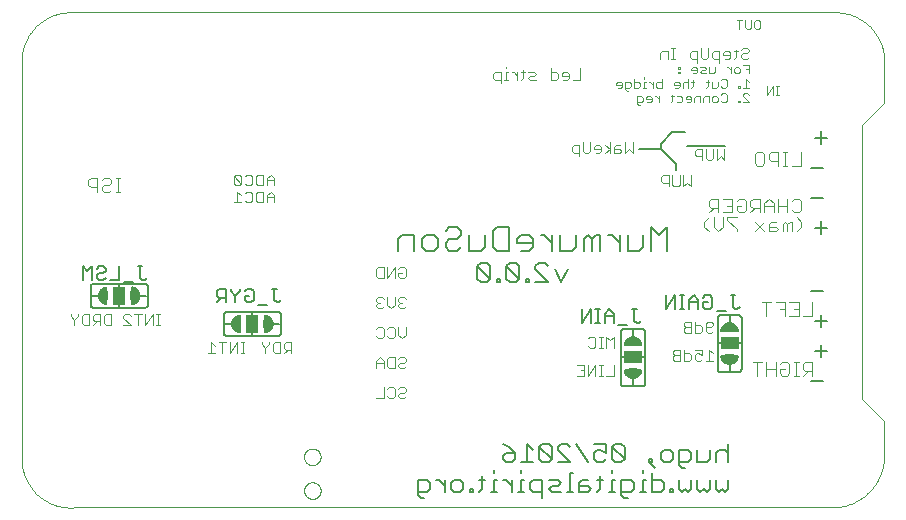
<source format=gbo>
G75*
%MOIN*%
%OFA0B0*%
%FSLAX25Y25*%
%IPPOS*%
%LPD*%
%AMOC8*
5,1,8,0,0,1.08239X$1,22.5*
%
%ADD10C,0.00000*%
%ADD11C,0.00300*%
%ADD12C,0.00700*%
%ADD13C,0.00600*%
%ADD14C,0.00500*%
%ADD15C,0.00400*%
%ADD16R,0.04000X0.06000*%
%ADD17R,0.06000X0.04000*%
D10*
X0032510Y0001517D02*
X0285010Y0001517D01*
X0285433Y0001522D01*
X0285855Y0001537D01*
X0286278Y0001563D01*
X0286699Y0001599D01*
X0287119Y0001645D01*
X0287539Y0001701D01*
X0287956Y0001767D01*
X0288372Y0001843D01*
X0288786Y0001929D01*
X0289198Y0002026D01*
X0289607Y0002132D01*
X0290014Y0002248D01*
X0290418Y0002374D01*
X0290818Y0002509D01*
X0291216Y0002654D01*
X0291609Y0002809D01*
X0291999Y0002973D01*
X0292385Y0003147D01*
X0292766Y0003330D01*
X0293143Y0003522D01*
X0293515Y0003723D01*
X0293882Y0003933D01*
X0294244Y0004151D01*
X0294600Y0004379D01*
X0294951Y0004615D01*
X0295296Y0004859D01*
X0295635Y0005112D01*
X0295968Y0005373D01*
X0296295Y0005641D01*
X0296615Y0005918D01*
X0296928Y0006202D01*
X0297234Y0006494D01*
X0297533Y0006793D01*
X0297825Y0007099D01*
X0298109Y0007412D01*
X0298386Y0007732D01*
X0298654Y0008059D01*
X0298915Y0008392D01*
X0299168Y0008731D01*
X0299412Y0009076D01*
X0299648Y0009427D01*
X0299876Y0009783D01*
X0300094Y0010145D01*
X0300304Y0010512D01*
X0300505Y0010884D01*
X0300697Y0011261D01*
X0300880Y0011642D01*
X0301054Y0012028D01*
X0301218Y0012418D01*
X0301373Y0012811D01*
X0301518Y0013209D01*
X0301653Y0013609D01*
X0301779Y0014013D01*
X0301895Y0014420D01*
X0302001Y0014829D01*
X0302098Y0015241D01*
X0302184Y0015655D01*
X0302260Y0016071D01*
X0302326Y0016488D01*
X0302382Y0016908D01*
X0302428Y0017328D01*
X0302464Y0017749D01*
X0302490Y0018172D01*
X0302505Y0018594D01*
X0302510Y0019017D01*
X0302461Y0019017D02*
X0302510Y0030267D01*
X0295010Y0037767D01*
X0295010Y0129017D01*
X0302461Y0136467D01*
X0302461Y0149066D01*
X0302510Y0149017D02*
X0302535Y0149410D01*
X0302551Y0149804D01*
X0302558Y0150197D01*
X0302555Y0150591D01*
X0302542Y0150985D01*
X0302520Y0151378D01*
X0302488Y0151771D01*
X0302447Y0152162D01*
X0302397Y0152553D01*
X0302337Y0152942D01*
X0302268Y0153330D01*
X0302189Y0153716D01*
X0302101Y0154100D01*
X0302004Y0154481D01*
X0301897Y0154861D01*
X0301782Y0155237D01*
X0301657Y0155611D01*
X0301523Y0155981D01*
X0301381Y0156348D01*
X0301230Y0156712D01*
X0301069Y0157072D01*
X0300901Y0157428D01*
X0300723Y0157779D01*
X0300538Y0158127D01*
X0300344Y0158469D01*
X0300141Y0158807D01*
X0299931Y0159140D01*
X0299712Y0159468D01*
X0299486Y0159790D01*
X0299252Y0160107D01*
X0299011Y0160418D01*
X0298762Y0160723D01*
X0298505Y0161022D01*
X0298242Y0161315D01*
X0297971Y0161601D01*
X0297694Y0161881D01*
X0297410Y0162154D01*
X0297120Y0162420D01*
X0296823Y0162679D01*
X0296520Y0162930D01*
X0296211Y0163175D01*
X0295896Y0163411D01*
X0295576Y0163640D01*
X0295250Y0163861D01*
X0294919Y0164075D01*
X0294582Y0164280D01*
X0294241Y0164477D01*
X0293896Y0164666D01*
X0293546Y0164846D01*
X0293191Y0165018D01*
X0292833Y0165181D01*
X0292470Y0165335D01*
X0292104Y0165481D01*
X0291735Y0165618D01*
X0291363Y0165746D01*
X0290987Y0165864D01*
X0290609Y0165974D01*
X0290228Y0166075D01*
X0289845Y0166166D01*
X0289460Y0166248D01*
X0289073Y0166320D01*
X0288684Y0166384D01*
X0288294Y0166438D01*
X0287902Y0166482D01*
X0287510Y0166517D01*
X0032510Y0166517D01*
X0032115Y0166543D01*
X0031720Y0166559D01*
X0031324Y0166565D01*
X0030928Y0166562D01*
X0030532Y0166549D01*
X0030137Y0166526D01*
X0029743Y0166494D01*
X0029349Y0166453D01*
X0028957Y0166401D01*
X0028565Y0166341D01*
X0028176Y0166271D01*
X0027788Y0166191D01*
X0027403Y0166102D01*
X0027019Y0166004D01*
X0026638Y0165896D01*
X0026260Y0165779D01*
X0025885Y0165653D01*
X0025513Y0165518D01*
X0025144Y0165374D01*
X0024779Y0165221D01*
X0024418Y0165059D01*
X0024061Y0164889D01*
X0023708Y0164710D01*
X0023359Y0164522D01*
X0023015Y0164326D01*
X0022676Y0164121D01*
X0022342Y0163909D01*
X0022014Y0163688D01*
X0021691Y0163460D01*
X0021373Y0163224D01*
X0021061Y0162980D01*
X0020756Y0162728D01*
X0020456Y0162469D01*
X0020163Y0162204D01*
X0019876Y0161931D01*
X0019596Y0161651D01*
X0019323Y0161364D01*
X0019058Y0161071D01*
X0018799Y0160771D01*
X0018547Y0160466D01*
X0018303Y0160154D01*
X0018067Y0159836D01*
X0017839Y0159513D01*
X0017618Y0159185D01*
X0017406Y0158851D01*
X0017201Y0158512D01*
X0017005Y0158168D01*
X0016817Y0157819D01*
X0016638Y0157466D01*
X0016468Y0157109D01*
X0016306Y0156748D01*
X0016153Y0156383D01*
X0016009Y0156014D01*
X0015874Y0155642D01*
X0015748Y0155267D01*
X0015631Y0154889D01*
X0015523Y0154508D01*
X0015425Y0154124D01*
X0015336Y0153739D01*
X0015256Y0153351D01*
X0015186Y0152962D01*
X0015126Y0152570D01*
X0015074Y0152178D01*
X0015033Y0151784D01*
X0015001Y0151390D01*
X0014978Y0150995D01*
X0014965Y0150599D01*
X0014962Y0150203D01*
X0014968Y0149807D01*
X0014984Y0149412D01*
X0015010Y0149017D01*
X0015010Y0019017D01*
X0014984Y0018622D01*
X0014968Y0018227D01*
X0014962Y0017831D01*
X0014965Y0017435D01*
X0014978Y0017039D01*
X0015001Y0016644D01*
X0015033Y0016250D01*
X0015074Y0015856D01*
X0015126Y0015464D01*
X0015186Y0015072D01*
X0015256Y0014683D01*
X0015336Y0014295D01*
X0015425Y0013910D01*
X0015523Y0013526D01*
X0015631Y0013145D01*
X0015748Y0012767D01*
X0015874Y0012392D01*
X0016009Y0012020D01*
X0016153Y0011651D01*
X0016306Y0011286D01*
X0016468Y0010925D01*
X0016638Y0010568D01*
X0016817Y0010215D01*
X0017005Y0009866D01*
X0017201Y0009522D01*
X0017406Y0009183D01*
X0017618Y0008849D01*
X0017839Y0008521D01*
X0018067Y0008198D01*
X0018303Y0007880D01*
X0018547Y0007568D01*
X0018799Y0007263D01*
X0019058Y0006963D01*
X0019323Y0006670D01*
X0019596Y0006383D01*
X0019876Y0006103D01*
X0020163Y0005830D01*
X0020456Y0005565D01*
X0020756Y0005306D01*
X0021061Y0005054D01*
X0021373Y0004810D01*
X0021691Y0004574D01*
X0022014Y0004346D01*
X0022342Y0004125D01*
X0022676Y0003913D01*
X0023015Y0003708D01*
X0023359Y0003512D01*
X0023708Y0003324D01*
X0024061Y0003145D01*
X0024418Y0002975D01*
X0024779Y0002813D01*
X0025144Y0002660D01*
X0025513Y0002516D01*
X0025885Y0002381D01*
X0026260Y0002255D01*
X0026638Y0002138D01*
X0027019Y0002030D01*
X0027403Y0001932D01*
X0027788Y0001843D01*
X0028176Y0001763D01*
X0028565Y0001693D01*
X0028957Y0001633D01*
X0029349Y0001581D01*
X0029743Y0001540D01*
X0030137Y0001508D01*
X0030532Y0001485D01*
X0030928Y0001472D01*
X0031324Y0001469D01*
X0031720Y0001475D01*
X0032115Y0001491D01*
X0032510Y0001517D01*
X0109129Y0007142D02*
X0109131Y0007247D01*
X0109137Y0007352D01*
X0109147Y0007456D01*
X0109161Y0007560D01*
X0109179Y0007664D01*
X0109201Y0007766D01*
X0109226Y0007868D01*
X0109256Y0007969D01*
X0109289Y0008068D01*
X0109326Y0008166D01*
X0109367Y0008263D01*
X0109412Y0008358D01*
X0109460Y0008451D01*
X0109511Y0008543D01*
X0109567Y0008632D01*
X0109625Y0008719D01*
X0109687Y0008804D01*
X0109751Y0008887D01*
X0109819Y0008967D01*
X0109890Y0009044D01*
X0109964Y0009118D01*
X0110041Y0009190D01*
X0110120Y0009259D01*
X0110202Y0009324D01*
X0110286Y0009387D01*
X0110373Y0009446D01*
X0110462Y0009502D01*
X0110553Y0009555D01*
X0110646Y0009604D01*
X0110740Y0009649D01*
X0110836Y0009691D01*
X0110934Y0009729D01*
X0111033Y0009763D01*
X0111134Y0009794D01*
X0111235Y0009820D01*
X0111338Y0009843D01*
X0111441Y0009862D01*
X0111545Y0009877D01*
X0111649Y0009888D01*
X0111754Y0009895D01*
X0111859Y0009898D01*
X0111964Y0009897D01*
X0112069Y0009892D01*
X0112173Y0009883D01*
X0112277Y0009870D01*
X0112381Y0009853D01*
X0112484Y0009832D01*
X0112586Y0009807D01*
X0112687Y0009779D01*
X0112786Y0009746D01*
X0112885Y0009710D01*
X0112982Y0009670D01*
X0113077Y0009627D01*
X0113171Y0009579D01*
X0113263Y0009529D01*
X0113353Y0009475D01*
X0113441Y0009417D01*
X0113526Y0009356D01*
X0113609Y0009292D01*
X0113690Y0009225D01*
X0113768Y0009155D01*
X0113843Y0009081D01*
X0113915Y0009006D01*
X0113985Y0008927D01*
X0114051Y0008846D01*
X0114115Y0008762D01*
X0114175Y0008676D01*
X0114231Y0008588D01*
X0114285Y0008497D01*
X0114335Y0008405D01*
X0114381Y0008311D01*
X0114424Y0008215D01*
X0114463Y0008117D01*
X0114498Y0008019D01*
X0114529Y0007918D01*
X0114557Y0007817D01*
X0114581Y0007715D01*
X0114601Y0007612D01*
X0114617Y0007508D01*
X0114629Y0007404D01*
X0114637Y0007299D01*
X0114641Y0007194D01*
X0114641Y0007090D01*
X0114637Y0006985D01*
X0114629Y0006880D01*
X0114617Y0006776D01*
X0114601Y0006672D01*
X0114581Y0006569D01*
X0114557Y0006467D01*
X0114529Y0006366D01*
X0114498Y0006265D01*
X0114463Y0006167D01*
X0114424Y0006069D01*
X0114381Y0005973D01*
X0114335Y0005879D01*
X0114285Y0005787D01*
X0114231Y0005696D01*
X0114175Y0005608D01*
X0114115Y0005522D01*
X0114051Y0005438D01*
X0113985Y0005357D01*
X0113915Y0005278D01*
X0113843Y0005203D01*
X0113768Y0005129D01*
X0113690Y0005059D01*
X0113609Y0004992D01*
X0113526Y0004928D01*
X0113441Y0004867D01*
X0113353Y0004809D01*
X0113263Y0004755D01*
X0113171Y0004705D01*
X0113077Y0004657D01*
X0112982Y0004614D01*
X0112885Y0004574D01*
X0112786Y0004538D01*
X0112687Y0004505D01*
X0112586Y0004477D01*
X0112484Y0004452D01*
X0112381Y0004431D01*
X0112277Y0004414D01*
X0112173Y0004401D01*
X0112069Y0004392D01*
X0111964Y0004387D01*
X0111859Y0004386D01*
X0111754Y0004389D01*
X0111649Y0004396D01*
X0111545Y0004407D01*
X0111441Y0004422D01*
X0111338Y0004441D01*
X0111235Y0004464D01*
X0111134Y0004490D01*
X0111033Y0004521D01*
X0110934Y0004555D01*
X0110836Y0004593D01*
X0110740Y0004635D01*
X0110646Y0004680D01*
X0110553Y0004729D01*
X0110462Y0004782D01*
X0110373Y0004838D01*
X0110286Y0004897D01*
X0110202Y0004960D01*
X0110120Y0005025D01*
X0110041Y0005094D01*
X0109964Y0005166D01*
X0109890Y0005240D01*
X0109819Y0005317D01*
X0109751Y0005397D01*
X0109687Y0005480D01*
X0109625Y0005565D01*
X0109567Y0005652D01*
X0109511Y0005741D01*
X0109460Y0005833D01*
X0109412Y0005926D01*
X0109367Y0006021D01*
X0109326Y0006118D01*
X0109289Y0006216D01*
X0109256Y0006315D01*
X0109226Y0006416D01*
X0109201Y0006518D01*
X0109179Y0006620D01*
X0109161Y0006724D01*
X0109147Y0006828D01*
X0109137Y0006932D01*
X0109131Y0007037D01*
X0109129Y0007142D01*
X0109129Y0018392D02*
X0109131Y0018497D01*
X0109137Y0018602D01*
X0109147Y0018706D01*
X0109161Y0018810D01*
X0109179Y0018914D01*
X0109201Y0019016D01*
X0109226Y0019118D01*
X0109256Y0019219D01*
X0109289Y0019318D01*
X0109326Y0019416D01*
X0109367Y0019513D01*
X0109412Y0019608D01*
X0109460Y0019701D01*
X0109511Y0019793D01*
X0109567Y0019882D01*
X0109625Y0019969D01*
X0109687Y0020054D01*
X0109751Y0020137D01*
X0109819Y0020217D01*
X0109890Y0020294D01*
X0109964Y0020368D01*
X0110041Y0020440D01*
X0110120Y0020509D01*
X0110202Y0020574D01*
X0110286Y0020637D01*
X0110373Y0020696D01*
X0110462Y0020752D01*
X0110553Y0020805D01*
X0110646Y0020854D01*
X0110740Y0020899D01*
X0110836Y0020941D01*
X0110934Y0020979D01*
X0111033Y0021013D01*
X0111134Y0021044D01*
X0111235Y0021070D01*
X0111338Y0021093D01*
X0111441Y0021112D01*
X0111545Y0021127D01*
X0111649Y0021138D01*
X0111754Y0021145D01*
X0111859Y0021148D01*
X0111964Y0021147D01*
X0112069Y0021142D01*
X0112173Y0021133D01*
X0112277Y0021120D01*
X0112381Y0021103D01*
X0112484Y0021082D01*
X0112586Y0021057D01*
X0112687Y0021029D01*
X0112786Y0020996D01*
X0112885Y0020960D01*
X0112982Y0020920D01*
X0113077Y0020877D01*
X0113171Y0020829D01*
X0113263Y0020779D01*
X0113353Y0020725D01*
X0113441Y0020667D01*
X0113526Y0020606D01*
X0113609Y0020542D01*
X0113690Y0020475D01*
X0113768Y0020405D01*
X0113843Y0020331D01*
X0113915Y0020256D01*
X0113985Y0020177D01*
X0114051Y0020096D01*
X0114115Y0020012D01*
X0114175Y0019926D01*
X0114231Y0019838D01*
X0114285Y0019747D01*
X0114335Y0019655D01*
X0114381Y0019561D01*
X0114424Y0019465D01*
X0114463Y0019367D01*
X0114498Y0019269D01*
X0114529Y0019168D01*
X0114557Y0019067D01*
X0114581Y0018965D01*
X0114601Y0018862D01*
X0114617Y0018758D01*
X0114629Y0018654D01*
X0114637Y0018549D01*
X0114641Y0018444D01*
X0114641Y0018340D01*
X0114637Y0018235D01*
X0114629Y0018130D01*
X0114617Y0018026D01*
X0114601Y0017922D01*
X0114581Y0017819D01*
X0114557Y0017717D01*
X0114529Y0017616D01*
X0114498Y0017515D01*
X0114463Y0017417D01*
X0114424Y0017319D01*
X0114381Y0017223D01*
X0114335Y0017129D01*
X0114285Y0017037D01*
X0114231Y0016946D01*
X0114175Y0016858D01*
X0114115Y0016772D01*
X0114051Y0016688D01*
X0113985Y0016607D01*
X0113915Y0016528D01*
X0113843Y0016453D01*
X0113768Y0016379D01*
X0113690Y0016309D01*
X0113609Y0016242D01*
X0113526Y0016178D01*
X0113441Y0016117D01*
X0113353Y0016059D01*
X0113263Y0016005D01*
X0113171Y0015955D01*
X0113077Y0015907D01*
X0112982Y0015864D01*
X0112885Y0015824D01*
X0112786Y0015788D01*
X0112687Y0015755D01*
X0112586Y0015727D01*
X0112484Y0015702D01*
X0112381Y0015681D01*
X0112277Y0015664D01*
X0112173Y0015651D01*
X0112069Y0015642D01*
X0111964Y0015637D01*
X0111859Y0015636D01*
X0111754Y0015639D01*
X0111649Y0015646D01*
X0111545Y0015657D01*
X0111441Y0015672D01*
X0111338Y0015691D01*
X0111235Y0015714D01*
X0111134Y0015740D01*
X0111033Y0015771D01*
X0110934Y0015805D01*
X0110836Y0015843D01*
X0110740Y0015885D01*
X0110646Y0015930D01*
X0110553Y0015979D01*
X0110462Y0016032D01*
X0110373Y0016088D01*
X0110286Y0016147D01*
X0110202Y0016210D01*
X0110120Y0016275D01*
X0110041Y0016344D01*
X0109964Y0016416D01*
X0109890Y0016490D01*
X0109819Y0016567D01*
X0109751Y0016647D01*
X0109687Y0016730D01*
X0109625Y0016815D01*
X0109567Y0016902D01*
X0109511Y0016991D01*
X0109460Y0017083D01*
X0109412Y0017176D01*
X0109367Y0017271D01*
X0109326Y0017368D01*
X0109289Y0017466D01*
X0109256Y0017565D01*
X0109226Y0017666D01*
X0109201Y0017768D01*
X0109179Y0017870D01*
X0109161Y0017974D01*
X0109147Y0018078D01*
X0109137Y0018182D01*
X0109131Y0018287D01*
X0109129Y0018392D01*
D11*
X0133150Y0037917D02*
X0135619Y0037917D01*
X0135619Y0041620D01*
X0136834Y0041003D02*
X0137451Y0041620D01*
X0138685Y0041620D01*
X0139302Y0041003D01*
X0139302Y0038534D01*
X0138685Y0037917D01*
X0137451Y0037917D01*
X0136834Y0038534D01*
X0140517Y0038534D02*
X0140517Y0039151D01*
X0141134Y0039768D01*
X0142368Y0039768D01*
X0142985Y0040385D01*
X0142985Y0041003D01*
X0142368Y0041620D01*
X0141134Y0041620D01*
X0140517Y0041003D01*
X0140517Y0038534D02*
X0141134Y0037917D01*
X0142368Y0037917D01*
X0142985Y0038534D01*
X0142368Y0047917D02*
X0142985Y0048534D01*
X0142368Y0047917D02*
X0141134Y0047917D01*
X0140517Y0048534D01*
X0140517Y0049151D01*
X0141134Y0049768D01*
X0142368Y0049768D01*
X0142985Y0050385D01*
X0142985Y0051003D01*
X0142368Y0051620D01*
X0141134Y0051620D01*
X0140517Y0051003D01*
X0139302Y0051620D02*
X0137451Y0051620D01*
X0136834Y0051003D01*
X0136834Y0048534D01*
X0137451Y0047917D01*
X0139302Y0047917D01*
X0139302Y0051620D01*
X0135619Y0050385D02*
X0134385Y0051620D01*
X0133150Y0050385D01*
X0133150Y0047917D01*
X0133150Y0049768D02*
X0135619Y0049768D01*
X0135619Y0050385D02*
X0135619Y0047917D01*
X0135002Y0057917D02*
X0133768Y0057917D01*
X0133150Y0058534D01*
X0135002Y0057917D02*
X0135619Y0058534D01*
X0135619Y0061003D01*
X0135002Y0061620D01*
X0133768Y0061620D01*
X0133150Y0061003D01*
X0136834Y0061003D02*
X0137451Y0061620D01*
X0138685Y0061620D01*
X0139302Y0061003D01*
X0139302Y0058534D01*
X0138685Y0057917D01*
X0137451Y0057917D01*
X0136834Y0058534D01*
X0140517Y0059151D02*
X0140517Y0061620D01*
X0142985Y0061620D02*
X0142985Y0059151D01*
X0141751Y0057917D01*
X0140517Y0059151D01*
X0141134Y0067917D02*
X0140517Y0068534D01*
X0140517Y0069151D01*
X0141134Y0069768D01*
X0141751Y0069768D01*
X0141134Y0069768D02*
X0140517Y0070385D01*
X0140517Y0071003D01*
X0141134Y0071620D01*
X0142368Y0071620D01*
X0142985Y0071003D01*
X0139302Y0071620D02*
X0139302Y0069151D01*
X0138068Y0067917D01*
X0136834Y0069151D01*
X0136834Y0071620D01*
X0135619Y0071003D02*
X0135002Y0071620D01*
X0133768Y0071620D01*
X0133150Y0071003D01*
X0133150Y0070385D01*
X0133768Y0069768D01*
X0133150Y0069151D01*
X0133150Y0068534D01*
X0133768Y0067917D01*
X0135002Y0067917D01*
X0135619Y0068534D01*
X0134385Y0069768D02*
X0133768Y0069768D01*
X0141134Y0067917D02*
X0142368Y0067917D01*
X0142985Y0068534D01*
X0142368Y0077917D02*
X0141134Y0077917D01*
X0140517Y0078534D01*
X0140517Y0079768D01*
X0141751Y0079768D01*
X0142985Y0078534D02*
X0142368Y0077917D01*
X0142985Y0078534D02*
X0142985Y0081003D01*
X0142368Y0081620D01*
X0141134Y0081620D01*
X0140517Y0081003D01*
X0139302Y0081620D02*
X0136834Y0077917D01*
X0136834Y0081620D01*
X0135619Y0081620D02*
X0133768Y0081620D01*
X0133150Y0081003D01*
X0133150Y0078534D01*
X0133768Y0077917D01*
X0135619Y0077917D01*
X0135619Y0081620D01*
X0139302Y0081620D02*
X0139302Y0077917D01*
X0104860Y0056620D02*
X0103009Y0056620D01*
X0102392Y0056003D01*
X0102392Y0054768D01*
X0103009Y0054151D01*
X0104860Y0054151D01*
X0103626Y0054151D02*
X0102392Y0052917D01*
X0101177Y0052917D02*
X0099326Y0052917D01*
X0098709Y0053534D01*
X0098709Y0056003D01*
X0099326Y0056620D01*
X0101177Y0056620D01*
X0101177Y0052917D01*
X0104860Y0052917D02*
X0104860Y0056620D01*
X0097494Y0056620D02*
X0097494Y0056003D01*
X0096260Y0054768D01*
X0096260Y0052917D01*
X0096260Y0054768D02*
X0095025Y0056003D01*
X0095025Y0056620D01*
X0089235Y0056620D02*
X0088001Y0056620D01*
X0088618Y0056620D02*
X0088618Y0052917D01*
X0089235Y0052917D02*
X0088001Y0052917D01*
X0086780Y0052917D02*
X0086780Y0056620D01*
X0084311Y0052917D01*
X0084311Y0056620D01*
X0083097Y0056620D02*
X0080628Y0056620D01*
X0081862Y0056620D02*
X0081862Y0052917D01*
X0079414Y0052917D02*
X0076945Y0052917D01*
X0078179Y0052917D02*
X0078179Y0056620D01*
X0079414Y0055385D01*
X0061110Y0062292D02*
X0059876Y0062292D01*
X0060493Y0062292D02*
X0060493Y0065995D01*
X0061110Y0065995D02*
X0059876Y0065995D01*
X0058655Y0065995D02*
X0056186Y0062292D01*
X0056186Y0065995D01*
X0054972Y0065995D02*
X0052503Y0065995D01*
X0053737Y0065995D02*
X0053737Y0062292D01*
X0051289Y0062292D02*
X0048820Y0064760D01*
X0048820Y0065378D01*
X0049437Y0065995D01*
X0050672Y0065995D01*
X0051289Y0065378D01*
X0044860Y0065995D02*
X0043009Y0065995D01*
X0042392Y0065378D01*
X0042392Y0062909D01*
X0043009Y0062292D01*
X0044860Y0062292D01*
X0044860Y0065995D01*
X0041177Y0065995D02*
X0041177Y0062292D01*
X0041177Y0063526D02*
X0039326Y0063526D01*
X0038709Y0064143D01*
X0038709Y0065378D01*
X0039326Y0065995D01*
X0041177Y0065995D01*
X0039943Y0063526D02*
X0038709Y0062292D01*
X0037494Y0062292D02*
X0035643Y0062292D01*
X0035025Y0062909D01*
X0035025Y0065378D01*
X0035643Y0065995D01*
X0037494Y0065995D01*
X0037494Y0062292D01*
X0033811Y0065378D02*
X0032577Y0064143D01*
X0032577Y0062292D01*
X0032577Y0064143D02*
X0031342Y0065378D01*
X0031342Y0065995D01*
X0033811Y0065995D02*
X0033811Y0065378D01*
X0048820Y0062292D02*
X0051289Y0062292D01*
X0058655Y0062292D02*
X0058655Y0065995D01*
X0198340Y0120409D02*
X0198957Y0119792D01*
X0200809Y0119792D01*
X0200809Y0118557D02*
X0200809Y0122260D01*
X0198957Y0122260D01*
X0198340Y0121643D01*
X0198340Y0120409D01*
X0202023Y0120409D02*
X0202023Y0123495D01*
X0204492Y0123495D02*
X0204492Y0120409D01*
X0203875Y0119792D01*
X0202640Y0119792D01*
X0202023Y0120409D01*
X0205706Y0121026D02*
X0208175Y0121026D01*
X0208175Y0120409D02*
X0208175Y0121643D01*
X0207558Y0122260D01*
X0206323Y0122260D01*
X0205706Y0121643D01*
X0205706Y0121026D01*
X0206323Y0119792D02*
X0207558Y0119792D01*
X0208175Y0120409D01*
X0209393Y0119792D02*
X0211244Y0121026D01*
X0209393Y0122260D01*
X0211244Y0123495D02*
X0211244Y0119792D01*
X0212459Y0119792D02*
X0214310Y0119792D01*
X0214927Y0120409D01*
X0214310Y0121026D01*
X0212459Y0121026D01*
X0212459Y0121643D02*
X0212459Y0119792D01*
X0212459Y0121643D02*
X0213076Y0122260D01*
X0214310Y0122260D01*
X0216142Y0123495D02*
X0216142Y0119792D01*
X0217376Y0121026D01*
X0218610Y0119792D01*
X0218610Y0123495D01*
X0220551Y0135699D02*
X0220067Y0136183D01*
X0220067Y0138602D01*
X0221519Y0138602D01*
X0222002Y0138118D01*
X0222002Y0137150D01*
X0221519Y0136667D01*
X0220067Y0136667D01*
X0220551Y0135699D02*
X0221035Y0135699D01*
X0223498Y0136667D02*
X0224465Y0136667D01*
X0224949Y0137150D01*
X0224949Y0138118D01*
X0224465Y0138602D01*
X0223498Y0138602D01*
X0223014Y0138118D01*
X0223014Y0137634D01*
X0224949Y0137634D01*
X0225953Y0138602D02*
X0226437Y0138602D01*
X0227404Y0137634D01*
X0227404Y0136667D02*
X0227404Y0138602D01*
X0231348Y0138602D02*
X0232315Y0138602D01*
X0231831Y0139085D02*
X0231831Y0137150D01*
X0231348Y0136667D01*
X0233327Y0136667D02*
X0234778Y0136667D01*
X0235262Y0137150D01*
X0235262Y0138118D01*
X0234778Y0138602D01*
X0233327Y0138602D01*
X0236273Y0138118D02*
X0236273Y0137634D01*
X0238208Y0137634D01*
X0238208Y0137150D02*
X0238208Y0138118D01*
X0237724Y0138602D01*
X0236757Y0138602D01*
X0236273Y0138118D01*
X0236757Y0136667D02*
X0237724Y0136667D01*
X0238208Y0137150D01*
X0239220Y0136667D02*
X0239220Y0138118D01*
X0239703Y0138602D01*
X0241155Y0138602D01*
X0241155Y0136667D01*
X0242166Y0136667D02*
X0242166Y0138118D01*
X0242650Y0138602D01*
X0244101Y0138602D01*
X0244101Y0136667D01*
X0245113Y0137150D02*
X0245113Y0138118D01*
X0245596Y0138602D01*
X0246564Y0138602D01*
X0247048Y0138118D01*
X0247048Y0137150D01*
X0246564Y0136667D01*
X0245596Y0136667D01*
X0245113Y0137150D01*
X0248059Y0137150D02*
X0248543Y0136667D01*
X0249510Y0136667D01*
X0249994Y0137150D01*
X0249994Y0139085D01*
X0249510Y0139569D01*
X0248543Y0139569D01*
X0248059Y0139085D01*
X0253930Y0137150D02*
X0253930Y0136667D01*
X0254414Y0136667D01*
X0254414Y0137150D01*
X0253930Y0137150D01*
X0255425Y0136667D02*
X0257360Y0136667D01*
X0255425Y0138602D01*
X0255425Y0139085D01*
X0255909Y0139569D01*
X0256877Y0139569D01*
X0257360Y0139085D01*
X0257360Y0141467D02*
X0255425Y0141467D01*
X0256393Y0141467D02*
X0256393Y0144369D01*
X0257360Y0143402D01*
X0257360Y0146267D02*
X0257360Y0149169D01*
X0255425Y0149169D01*
X0256393Y0147718D02*
X0257360Y0147718D01*
X0254414Y0147718D02*
X0254414Y0146750D01*
X0253930Y0146267D01*
X0252963Y0146267D01*
X0252479Y0146750D01*
X0252479Y0147718D01*
X0252963Y0148202D01*
X0253930Y0148202D01*
X0254414Y0147718D01*
X0251467Y0148202D02*
X0251467Y0146267D01*
X0251467Y0147234D02*
X0250500Y0148202D01*
X0250016Y0148202D01*
X0247539Y0149807D02*
X0247539Y0153510D01*
X0245687Y0153510D01*
X0245070Y0152893D01*
X0245070Y0151659D01*
X0245687Y0151042D01*
X0247539Y0151042D01*
X0248753Y0152276D02*
X0251222Y0152276D01*
X0251222Y0151659D02*
X0251222Y0152893D01*
X0250605Y0153510D01*
X0249370Y0153510D01*
X0248753Y0152893D01*
X0248753Y0152276D01*
X0249370Y0151042D02*
X0250605Y0151042D01*
X0251222Y0151659D01*
X0252443Y0151042D02*
X0253060Y0151659D01*
X0253060Y0154128D01*
X0253677Y0153510D02*
X0252443Y0153510D01*
X0254892Y0154128D02*
X0255509Y0154745D01*
X0256743Y0154745D01*
X0257360Y0154128D01*
X0257360Y0153510D01*
X0256743Y0152893D01*
X0255509Y0152893D01*
X0254892Y0152276D01*
X0254892Y0151659D01*
X0255509Y0151042D01*
X0256743Y0151042D01*
X0257360Y0151659D01*
X0246065Y0148202D02*
X0246065Y0146750D01*
X0245582Y0146267D01*
X0244130Y0146267D01*
X0244130Y0148202D01*
X0243119Y0147718D02*
X0242635Y0148202D01*
X0241184Y0148202D01*
X0241668Y0147234D02*
X0242635Y0147234D01*
X0243119Y0147718D01*
X0243119Y0146267D02*
X0241668Y0146267D01*
X0241184Y0146750D01*
X0241668Y0147234D01*
X0240172Y0147234D02*
X0238237Y0147234D01*
X0238237Y0147718D01*
X0238721Y0148202D01*
X0239689Y0148202D01*
X0240172Y0147718D01*
X0240172Y0146750D01*
X0239689Y0146267D01*
X0238721Y0146267D01*
X0238707Y0143885D02*
X0238707Y0141950D01*
X0238223Y0141467D01*
X0237226Y0141467D02*
X0237226Y0144369D01*
X0236742Y0143402D02*
X0237226Y0142918D01*
X0236742Y0143402D02*
X0235775Y0143402D01*
X0235291Y0142918D01*
X0235291Y0141467D01*
X0234279Y0141950D02*
X0234279Y0142918D01*
X0233796Y0143402D01*
X0232828Y0143402D01*
X0232344Y0142918D01*
X0232344Y0142434D01*
X0234279Y0142434D01*
X0234279Y0141950D02*
X0233796Y0141467D01*
X0232828Y0141467D01*
X0228386Y0141467D02*
X0228386Y0144369D01*
X0228386Y0143402D02*
X0226935Y0143402D01*
X0226451Y0142918D01*
X0226451Y0141950D01*
X0226935Y0141467D01*
X0228386Y0141467D01*
X0225440Y0141467D02*
X0225440Y0143402D01*
X0224472Y0143402D02*
X0223989Y0143402D01*
X0224472Y0143402D02*
X0225440Y0142434D01*
X0222984Y0141467D02*
X0222017Y0141467D01*
X0222501Y0141467D02*
X0222501Y0143402D01*
X0222984Y0143402D01*
X0222501Y0144369D02*
X0222501Y0144853D01*
X0221020Y0142918D02*
X0220536Y0143402D01*
X0219085Y0143402D01*
X0219085Y0144369D02*
X0219085Y0141467D01*
X0220536Y0141467D01*
X0221020Y0141950D01*
X0221020Y0142918D01*
X0218074Y0142918D02*
X0217590Y0143402D01*
X0216139Y0143402D01*
X0216139Y0140983D01*
X0216622Y0140499D01*
X0217106Y0140499D01*
X0217590Y0141467D02*
X0216139Y0141467D01*
X0215127Y0141950D02*
X0215127Y0142918D01*
X0214643Y0143402D01*
X0213676Y0143402D01*
X0213192Y0142918D01*
X0213192Y0142434D01*
X0215127Y0142434D01*
X0215127Y0141950D02*
X0214643Y0141467D01*
X0213676Y0141467D01*
X0217590Y0141467D02*
X0218074Y0141950D01*
X0218074Y0142918D01*
X0227882Y0151042D02*
X0227882Y0152893D01*
X0228499Y0153510D01*
X0230351Y0153510D01*
X0230351Y0151042D01*
X0231572Y0151042D02*
X0232806Y0151042D01*
X0232189Y0151042D02*
X0232189Y0154745D01*
X0232806Y0154745D02*
X0231572Y0154745D01*
X0237704Y0152893D02*
X0237704Y0151659D01*
X0238321Y0151042D01*
X0240172Y0151042D01*
X0240172Y0149807D02*
X0240172Y0153510D01*
X0238321Y0153510D01*
X0237704Y0152893D01*
X0241387Y0151659D02*
X0241387Y0154745D01*
X0243856Y0154745D02*
X0243856Y0151659D01*
X0243238Y0151042D01*
X0242004Y0151042D01*
X0241387Y0151659D01*
X0234279Y0148202D02*
X0234279Y0147718D01*
X0233796Y0147718D01*
X0233796Y0148202D01*
X0234279Y0148202D01*
X0234279Y0146750D02*
X0234279Y0146267D01*
X0233796Y0146267D01*
X0233796Y0146750D01*
X0234279Y0146750D01*
X0238223Y0143402D02*
X0239190Y0143402D01*
X0243134Y0143402D02*
X0244101Y0143402D01*
X0243617Y0143885D02*
X0243617Y0141950D01*
X0243134Y0141467D01*
X0245113Y0141467D02*
X0245113Y0143402D01*
X0247048Y0143402D02*
X0247048Y0141950D01*
X0246564Y0141467D01*
X0245113Y0141467D01*
X0248059Y0141950D02*
X0248543Y0141467D01*
X0249510Y0141467D01*
X0249994Y0141950D01*
X0249994Y0143885D01*
X0249510Y0144369D01*
X0248543Y0144369D01*
X0248059Y0143885D01*
X0253930Y0141950D02*
X0253930Y0141467D01*
X0254414Y0141467D01*
X0254414Y0141950D01*
X0253930Y0141950D01*
X0263461Y0142069D02*
X0263461Y0139167D01*
X0265396Y0142069D01*
X0265396Y0139167D01*
X0266393Y0139167D02*
X0267360Y0139167D01*
X0266877Y0139167D02*
X0266877Y0142069D01*
X0267360Y0142069D02*
X0266393Y0142069D01*
X0260627Y0161042D02*
X0259659Y0161042D01*
X0259175Y0161525D01*
X0259175Y0163460D01*
X0259659Y0163944D01*
X0260627Y0163944D01*
X0261110Y0163460D01*
X0261110Y0161525D01*
X0260627Y0161042D01*
X0258164Y0161525D02*
X0257680Y0161042D01*
X0256713Y0161042D01*
X0256229Y0161525D01*
X0256229Y0163944D01*
X0255217Y0163944D02*
X0253282Y0163944D01*
X0254250Y0163944D02*
X0254250Y0161042D01*
X0258164Y0161525D02*
X0258164Y0163944D01*
X0201110Y0147870D02*
X0201110Y0144167D01*
X0198642Y0144167D01*
X0197427Y0144784D02*
X0197427Y0146018D01*
X0196810Y0146635D01*
X0195576Y0146635D01*
X0194959Y0146018D01*
X0194959Y0145401D01*
X0197427Y0145401D01*
X0197427Y0144784D02*
X0196810Y0144167D01*
X0195576Y0144167D01*
X0193744Y0144784D02*
X0193744Y0146018D01*
X0193127Y0146635D01*
X0191275Y0146635D01*
X0191275Y0147870D02*
X0191275Y0144167D01*
X0193127Y0144167D01*
X0193744Y0144784D01*
X0186378Y0144167D02*
X0184526Y0144167D01*
X0183909Y0144784D01*
X0184526Y0145401D01*
X0185761Y0145401D01*
X0186378Y0146018D01*
X0185761Y0146635D01*
X0183909Y0146635D01*
X0182695Y0146635D02*
X0181460Y0146635D01*
X0182078Y0147253D02*
X0182078Y0144784D01*
X0181460Y0144167D01*
X0180239Y0144167D02*
X0180239Y0146635D01*
X0180239Y0145401D02*
X0179005Y0146635D01*
X0178388Y0146635D01*
X0177170Y0146635D02*
X0176553Y0146635D01*
X0176553Y0144167D01*
X0177170Y0144167D02*
X0175936Y0144167D01*
X0174715Y0144167D02*
X0172863Y0144167D01*
X0172246Y0144784D01*
X0172246Y0146018D01*
X0172863Y0146635D01*
X0174715Y0146635D01*
X0174715Y0142932D01*
X0176553Y0147870D02*
X0176553Y0148487D01*
X0239400Y0120378D02*
X0239400Y0119143D01*
X0240018Y0118526D01*
X0241869Y0118526D01*
X0241869Y0117292D02*
X0241869Y0120995D01*
X0240018Y0120995D01*
X0239400Y0120378D01*
X0243084Y0120995D02*
X0243084Y0117909D01*
X0243701Y0117292D01*
X0244935Y0117292D01*
X0245552Y0117909D01*
X0245552Y0120995D01*
X0246767Y0120995D02*
X0246767Y0117292D01*
X0248001Y0118526D01*
X0249235Y0117292D01*
X0249235Y0120995D01*
X0237985Y0112245D02*
X0237985Y0108542D01*
X0236751Y0109776D01*
X0235517Y0108542D01*
X0235517Y0112245D01*
X0234302Y0112245D02*
X0234302Y0109159D01*
X0233685Y0108542D01*
X0232451Y0108542D01*
X0231834Y0109159D01*
X0231834Y0112245D01*
X0230619Y0112245D02*
X0228768Y0112245D01*
X0228150Y0111628D01*
X0228150Y0110393D01*
X0228768Y0109776D01*
X0230619Y0109776D01*
X0230619Y0108542D02*
X0230619Y0112245D01*
X0236268Y0063495D02*
X0235650Y0062878D01*
X0235650Y0062260D01*
X0236268Y0061643D01*
X0238119Y0061643D01*
X0239334Y0062260D02*
X0241185Y0062260D01*
X0241802Y0061643D01*
X0241802Y0060409D01*
X0241185Y0059792D01*
X0239334Y0059792D01*
X0239334Y0063495D01*
X0238119Y0063495D02*
X0236268Y0063495D01*
X0238119Y0063495D02*
X0238119Y0059792D01*
X0236268Y0059792D01*
X0235650Y0060409D01*
X0235650Y0061026D01*
X0236268Y0061643D01*
X0243017Y0061643D02*
X0244868Y0061643D01*
X0245485Y0062260D01*
X0245485Y0062878D01*
X0244868Y0063495D01*
X0243634Y0063495D01*
X0243017Y0062878D01*
X0243017Y0060409D01*
X0243634Y0059792D01*
X0244868Y0059792D01*
X0245485Y0060409D01*
X0244251Y0054120D02*
X0244251Y0050417D01*
X0245485Y0050417D02*
X0243017Y0050417D01*
X0241802Y0051034D02*
X0241185Y0050417D01*
X0239951Y0050417D01*
X0239334Y0051034D01*
X0239334Y0052268D01*
X0239951Y0052885D01*
X0240568Y0052885D01*
X0241802Y0052268D01*
X0241802Y0054120D01*
X0239334Y0054120D01*
X0237502Y0052885D02*
X0235650Y0052885D01*
X0235650Y0054120D02*
X0235650Y0050417D01*
X0237502Y0050417D01*
X0238119Y0051034D01*
X0238119Y0052268D01*
X0237502Y0052885D01*
X0234436Y0052268D02*
X0232584Y0052268D01*
X0231967Y0051651D01*
X0231967Y0051034D01*
X0232584Y0050417D01*
X0234436Y0050417D01*
X0234436Y0054120D01*
X0232584Y0054120D01*
X0231967Y0053503D01*
X0231967Y0052885D01*
X0232584Y0052268D01*
X0244251Y0054120D02*
X0245485Y0052885D01*
X0212360Y0054792D02*
X0212360Y0058495D01*
X0211126Y0057260D01*
X0209892Y0058495D01*
X0209892Y0054792D01*
X0208677Y0054792D02*
X0207443Y0054792D01*
X0208060Y0054792D02*
X0208060Y0058495D01*
X0208677Y0058495D02*
X0207443Y0058495D01*
X0206222Y0057878D02*
X0206222Y0055409D01*
X0205605Y0054792D01*
X0204370Y0054792D01*
X0203753Y0055409D01*
X0203753Y0057878D02*
X0204370Y0058495D01*
X0205605Y0058495D01*
X0206222Y0057878D01*
X0206222Y0049120D02*
X0203753Y0045417D01*
X0203753Y0049120D01*
X0202539Y0049120D02*
X0202539Y0045417D01*
X0200070Y0045417D01*
X0201304Y0047268D02*
X0202539Y0047268D01*
X0202539Y0049120D02*
X0200070Y0049120D01*
X0206222Y0049120D02*
X0206222Y0045417D01*
X0207443Y0045417D02*
X0208677Y0045417D01*
X0208060Y0045417D02*
X0208060Y0049120D01*
X0208677Y0049120D02*
X0207443Y0049120D01*
X0212360Y0049120D02*
X0212360Y0045417D01*
X0209892Y0045417D01*
D12*
X0207735Y0087017D02*
X0207735Y0092288D01*
X0206417Y0092288D01*
X0205099Y0090970D01*
X0203781Y0092288D01*
X0202463Y0090970D01*
X0202463Y0087017D01*
X0205099Y0087017D02*
X0205099Y0090970D01*
X0199816Y0092288D02*
X0199816Y0088334D01*
X0198498Y0087017D01*
X0194545Y0087017D01*
X0194545Y0092288D01*
X0191897Y0092288D02*
X0191897Y0087017D01*
X0191897Y0089652D02*
X0189261Y0092288D01*
X0187944Y0092288D01*
X0185298Y0090970D02*
X0183980Y0092288D01*
X0181345Y0092288D01*
X0180027Y0090970D01*
X0180027Y0089652D01*
X0185298Y0089652D01*
X0185298Y0088334D02*
X0185298Y0090970D01*
X0185298Y0088334D02*
X0183980Y0087017D01*
X0181345Y0087017D01*
X0177379Y0087017D02*
X0173426Y0087017D01*
X0172108Y0088334D01*
X0172108Y0093606D01*
X0173426Y0094923D01*
X0177379Y0094923D01*
X0177379Y0087017D01*
X0169461Y0088334D02*
X0168143Y0087017D01*
X0164189Y0087017D01*
X0164189Y0092288D01*
X0161542Y0092288D02*
X0160224Y0090970D01*
X0157588Y0090970D01*
X0156271Y0089652D01*
X0156271Y0088334D01*
X0157588Y0087017D01*
X0160224Y0087017D01*
X0161542Y0088334D01*
X0161542Y0092288D02*
X0161542Y0093606D01*
X0160224Y0094923D01*
X0157588Y0094923D01*
X0156271Y0093606D01*
X0153623Y0090970D02*
X0152305Y0092288D01*
X0149670Y0092288D01*
X0148352Y0090970D01*
X0148352Y0088334D01*
X0149670Y0087017D01*
X0152305Y0087017D01*
X0153623Y0088334D01*
X0153623Y0090970D01*
X0145704Y0092288D02*
X0145704Y0087017D01*
X0140433Y0087017D02*
X0140433Y0090970D01*
X0141751Y0092288D01*
X0145704Y0092288D01*
X0169461Y0092288D02*
X0169461Y0088334D01*
X0210380Y0092288D02*
X0211698Y0092288D01*
X0214334Y0089652D01*
X0214334Y0087017D02*
X0214334Y0092288D01*
X0216981Y0092288D02*
X0216981Y0087017D01*
X0220935Y0087017D01*
X0222252Y0088334D01*
X0222252Y0092288D01*
X0224900Y0094923D02*
X0224900Y0087017D01*
X0230171Y0087017D02*
X0230171Y0094923D01*
X0227535Y0092288D01*
X0224900Y0094923D01*
D13*
X0196938Y0080962D02*
X0194803Y0076692D01*
X0192668Y0080962D01*
X0190492Y0082030D02*
X0189425Y0083097D01*
X0187290Y0083097D01*
X0186222Y0082030D01*
X0186222Y0080962D01*
X0190492Y0076692D01*
X0186222Y0076692D01*
X0184047Y0076692D02*
X0182979Y0076692D01*
X0182979Y0077759D01*
X0184047Y0077759D01*
X0184047Y0076692D01*
X0180824Y0077759D02*
X0176554Y0082030D01*
X0176554Y0077759D01*
X0177622Y0076692D01*
X0179757Y0076692D01*
X0180824Y0077759D01*
X0180824Y0082030D01*
X0179757Y0083097D01*
X0177622Y0083097D01*
X0176554Y0082030D01*
X0171156Y0082030D02*
X0170088Y0083097D01*
X0167953Y0083097D01*
X0166886Y0082030D01*
X0171156Y0077759D01*
X0170088Y0076692D01*
X0167953Y0076692D01*
X0166886Y0077759D01*
X0166886Y0082030D01*
X0171156Y0082030D02*
X0171156Y0077759D01*
X0173311Y0077759D02*
X0173311Y0076692D01*
X0174379Y0076692D01*
X0174379Y0077759D01*
X0173311Y0077759D01*
X0214760Y0060017D02*
X0214760Y0043017D01*
X0214762Y0042957D01*
X0214767Y0042896D01*
X0214776Y0042837D01*
X0214789Y0042778D01*
X0214805Y0042719D01*
X0214825Y0042662D01*
X0214848Y0042607D01*
X0214875Y0042552D01*
X0214904Y0042500D01*
X0214937Y0042449D01*
X0214973Y0042400D01*
X0215011Y0042354D01*
X0215053Y0042310D01*
X0215097Y0042268D01*
X0215143Y0042230D01*
X0215192Y0042194D01*
X0215243Y0042161D01*
X0215295Y0042132D01*
X0215350Y0042105D01*
X0215405Y0042082D01*
X0215462Y0042062D01*
X0215521Y0042046D01*
X0215580Y0042033D01*
X0215639Y0042024D01*
X0215700Y0042019D01*
X0215760Y0042017D01*
X0221760Y0042017D01*
X0221820Y0042019D01*
X0221881Y0042024D01*
X0221940Y0042033D01*
X0221999Y0042046D01*
X0222058Y0042062D01*
X0222115Y0042082D01*
X0222170Y0042105D01*
X0222225Y0042132D01*
X0222277Y0042161D01*
X0222328Y0042194D01*
X0222377Y0042230D01*
X0222423Y0042268D01*
X0222467Y0042310D01*
X0222509Y0042354D01*
X0222547Y0042400D01*
X0222583Y0042449D01*
X0222616Y0042500D01*
X0222645Y0042552D01*
X0222672Y0042607D01*
X0222695Y0042662D01*
X0222715Y0042719D01*
X0222731Y0042778D01*
X0222744Y0042837D01*
X0222753Y0042896D01*
X0222758Y0042957D01*
X0222760Y0043017D01*
X0222760Y0060017D01*
X0222758Y0060077D01*
X0222753Y0060138D01*
X0222744Y0060197D01*
X0222731Y0060256D01*
X0222715Y0060315D01*
X0222695Y0060372D01*
X0222672Y0060427D01*
X0222645Y0060482D01*
X0222616Y0060534D01*
X0222583Y0060585D01*
X0222547Y0060634D01*
X0222509Y0060680D01*
X0222467Y0060724D01*
X0222423Y0060766D01*
X0222377Y0060804D01*
X0222328Y0060840D01*
X0222277Y0060873D01*
X0222225Y0060902D01*
X0222170Y0060929D01*
X0222115Y0060952D01*
X0222058Y0060972D01*
X0221999Y0060988D01*
X0221940Y0061001D01*
X0221881Y0061010D01*
X0221820Y0061015D01*
X0221760Y0061017D01*
X0215760Y0061017D01*
X0215700Y0061015D01*
X0215639Y0061010D01*
X0215580Y0061001D01*
X0215521Y0060988D01*
X0215462Y0060972D01*
X0215405Y0060952D01*
X0215350Y0060929D01*
X0215295Y0060902D01*
X0215243Y0060873D01*
X0215192Y0060840D01*
X0215143Y0060804D01*
X0215097Y0060766D01*
X0215053Y0060724D01*
X0215011Y0060680D01*
X0214973Y0060634D01*
X0214937Y0060585D01*
X0214904Y0060534D01*
X0214875Y0060482D01*
X0214848Y0060427D01*
X0214825Y0060372D01*
X0214805Y0060315D01*
X0214789Y0060256D01*
X0214776Y0060197D01*
X0214767Y0060138D01*
X0214762Y0060077D01*
X0214760Y0060017D01*
X0218760Y0060517D02*
X0218760Y0058517D01*
X0215760Y0051517D02*
X0214760Y0051517D01*
X0221760Y0051517D02*
X0222760Y0051517D01*
X0218760Y0044517D02*
X0218760Y0042517D01*
X0246948Y0047704D02*
X0246948Y0064704D01*
X0246950Y0064764D01*
X0246955Y0064825D01*
X0246964Y0064884D01*
X0246977Y0064943D01*
X0246993Y0065002D01*
X0247013Y0065059D01*
X0247036Y0065114D01*
X0247063Y0065169D01*
X0247092Y0065221D01*
X0247125Y0065272D01*
X0247161Y0065321D01*
X0247199Y0065367D01*
X0247241Y0065411D01*
X0247285Y0065453D01*
X0247331Y0065491D01*
X0247380Y0065527D01*
X0247431Y0065560D01*
X0247483Y0065589D01*
X0247538Y0065616D01*
X0247593Y0065639D01*
X0247650Y0065659D01*
X0247709Y0065675D01*
X0247768Y0065688D01*
X0247827Y0065697D01*
X0247888Y0065702D01*
X0247948Y0065704D01*
X0253948Y0065704D01*
X0254008Y0065702D01*
X0254069Y0065697D01*
X0254128Y0065688D01*
X0254187Y0065675D01*
X0254246Y0065659D01*
X0254303Y0065639D01*
X0254358Y0065616D01*
X0254413Y0065589D01*
X0254465Y0065560D01*
X0254516Y0065527D01*
X0254565Y0065491D01*
X0254611Y0065453D01*
X0254655Y0065411D01*
X0254697Y0065367D01*
X0254735Y0065321D01*
X0254771Y0065272D01*
X0254804Y0065221D01*
X0254833Y0065169D01*
X0254860Y0065114D01*
X0254883Y0065059D01*
X0254903Y0065002D01*
X0254919Y0064943D01*
X0254932Y0064884D01*
X0254941Y0064825D01*
X0254946Y0064764D01*
X0254948Y0064704D01*
X0254948Y0047704D01*
X0254946Y0047644D01*
X0254941Y0047583D01*
X0254932Y0047524D01*
X0254919Y0047465D01*
X0254903Y0047406D01*
X0254883Y0047349D01*
X0254860Y0047294D01*
X0254833Y0047239D01*
X0254804Y0047187D01*
X0254771Y0047136D01*
X0254735Y0047087D01*
X0254697Y0047041D01*
X0254655Y0046997D01*
X0254611Y0046955D01*
X0254565Y0046917D01*
X0254516Y0046881D01*
X0254465Y0046848D01*
X0254413Y0046819D01*
X0254358Y0046792D01*
X0254303Y0046769D01*
X0254246Y0046749D01*
X0254187Y0046733D01*
X0254128Y0046720D01*
X0254069Y0046711D01*
X0254008Y0046706D01*
X0253948Y0046704D01*
X0247948Y0046704D01*
X0247888Y0046706D01*
X0247827Y0046711D01*
X0247768Y0046720D01*
X0247709Y0046733D01*
X0247650Y0046749D01*
X0247593Y0046769D01*
X0247538Y0046792D01*
X0247483Y0046819D01*
X0247431Y0046848D01*
X0247380Y0046881D01*
X0247331Y0046917D01*
X0247285Y0046955D01*
X0247241Y0046997D01*
X0247199Y0047041D01*
X0247161Y0047087D01*
X0247125Y0047136D01*
X0247092Y0047187D01*
X0247063Y0047239D01*
X0247036Y0047294D01*
X0247013Y0047349D01*
X0246993Y0047406D01*
X0246977Y0047465D01*
X0246964Y0047524D01*
X0246955Y0047583D01*
X0246950Y0047644D01*
X0246948Y0047704D01*
X0250948Y0047204D02*
X0250948Y0049204D01*
X0253948Y0056204D02*
X0254948Y0056204D01*
X0247948Y0056204D02*
X0246948Y0056204D01*
X0250948Y0063204D02*
X0250948Y0065204D01*
X0101385Y0065767D02*
X0101385Y0059767D01*
X0101383Y0059707D01*
X0101378Y0059646D01*
X0101369Y0059587D01*
X0101356Y0059528D01*
X0101340Y0059469D01*
X0101320Y0059412D01*
X0101297Y0059357D01*
X0101270Y0059302D01*
X0101241Y0059250D01*
X0101208Y0059199D01*
X0101172Y0059150D01*
X0101134Y0059104D01*
X0101092Y0059060D01*
X0101048Y0059018D01*
X0101002Y0058980D01*
X0100953Y0058944D01*
X0100902Y0058911D01*
X0100850Y0058882D01*
X0100795Y0058855D01*
X0100740Y0058832D01*
X0100683Y0058812D01*
X0100624Y0058796D01*
X0100565Y0058783D01*
X0100506Y0058774D01*
X0100445Y0058769D01*
X0100385Y0058767D01*
X0083385Y0058767D01*
X0083325Y0058769D01*
X0083264Y0058774D01*
X0083205Y0058783D01*
X0083146Y0058796D01*
X0083087Y0058812D01*
X0083030Y0058832D01*
X0082975Y0058855D01*
X0082920Y0058882D01*
X0082868Y0058911D01*
X0082817Y0058944D01*
X0082768Y0058980D01*
X0082722Y0059018D01*
X0082678Y0059060D01*
X0082636Y0059104D01*
X0082598Y0059150D01*
X0082562Y0059199D01*
X0082529Y0059250D01*
X0082500Y0059302D01*
X0082473Y0059357D01*
X0082450Y0059412D01*
X0082430Y0059469D01*
X0082414Y0059528D01*
X0082401Y0059587D01*
X0082392Y0059646D01*
X0082387Y0059707D01*
X0082385Y0059767D01*
X0082385Y0065767D01*
X0082387Y0065827D01*
X0082392Y0065888D01*
X0082401Y0065947D01*
X0082414Y0066006D01*
X0082430Y0066065D01*
X0082450Y0066122D01*
X0082473Y0066177D01*
X0082500Y0066232D01*
X0082529Y0066284D01*
X0082562Y0066335D01*
X0082598Y0066384D01*
X0082636Y0066430D01*
X0082678Y0066474D01*
X0082722Y0066516D01*
X0082768Y0066554D01*
X0082817Y0066590D01*
X0082868Y0066623D01*
X0082920Y0066652D01*
X0082975Y0066679D01*
X0083030Y0066702D01*
X0083087Y0066722D01*
X0083146Y0066738D01*
X0083205Y0066751D01*
X0083264Y0066760D01*
X0083325Y0066765D01*
X0083385Y0066767D01*
X0100385Y0066767D01*
X0100445Y0066765D01*
X0100506Y0066760D01*
X0100565Y0066751D01*
X0100624Y0066738D01*
X0100683Y0066722D01*
X0100740Y0066702D01*
X0100795Y0066679D01*
X0100850Y0066652D01*
X0100902Y0066623D01*
X0100953Y0066590D01*
X0101002Y0066554D01*
X0101048Y0066516D01*
X0101092Y0066474D01*
X0101134Y0066430D01*
X0101172Y0066384D01*
X0101208Y0066335D01*
X0101241Y0066284D01*
X0101270Y0066232D01*
X0101297Y0066177D01*
X0101320Y0066122D01*
X0101340Y0066065D01*
X0101356Y0066006D01*
X0101369Y0065947D01*
X0101378Y0065888D01*
X0101383Y0065827D01*
X0101385Y0065767D01*
X0100885Y0062767D02*
X0098885Y0062767D01*
X0091885Y0065767D02*
X0091885Y0066767D01*
X0084885Y0062767D02*
X0082885Y0062767D01*
X0091885Y0059767D02*
X0091885Y0058767D01*
X0057010Y0069142D02*
X0057010Y0075142D01*
X0057008Y0075202D01*
X0057003Y0075263D01*
X0056994Y0075322D01*
X0056981Y0075381D01*
X0056965Y0075440D01*
X0056945Y0075497D01*
X0056922Y0075552D01*
X0056895Y0075607D01*
X0056866Y0075659D01*
X0056833Y0075710D01*
X0056797Y0075759D01*
X0056759Y0075805D01*
X0056717Y0075849D01*
X0056673Y0075891D01*
X0056627Y0075929D01*
X0056578Y0075965D01*
X0056527Y0075998D01*
X0056475Y0076027D01*
X0056420Y0076054D01*
X0056365Y0076077D01*
X0056308Y0076097D01*
X0056249Y0076113D01*
X0056190Y0076126D01*
X0056131Y0076135D01*
X0056070Y0076140D01*
X0056010Y0076142D01*
X0039010Y0076142D01*
X0038950Y0076140D01*
X0038889Y0076135D01*
X0038830Y0076126D01*
X0038771Y0076113D01*
X0038712Y0076097D01*
X0038655Y0076077D01*
X0038600Y0076054D01*
X0038545Y0076027D01*
X0038493Y0075998D01*
X0038442Y0075965D01*
X0038393Y0075929D01*
X0038347Y0075891D01*
X0038303Y0075849D01*
X0038261Y0075805D01*
X0038223Y0075759D01*
X0038187Y0075710D01*
X0038154Y0075659D01*
X0038125Y0075607D01*
X0038098Y0075552D01*
X0038075Y0075497D01*
X0038055Y0075440D01*
X0038039Y0075381D01*
X0038026Y0075322D01*
X0038017Y0075263D01*
X0038012Y0075202D01*
X0038010Y0075142D01*
X0038010Y0069142D01*
X0038012Y0069082D01*
X0038017Y0069021D01*
X0038026Y0068962D01*
X0038039Y0068903D01*
X0038055Y0068844D01*
X0038075Y0068787D01*
X0038098Y0068732D01*
X0038125Y0068677D01*
X0038154Y0068625D01*
X0038187Y0068574D01*
X0038223Y0068525D01*
X0038261Y0068479D01*
X0038303Y0068435D01*
X0038347Y0068393D01*
X0038393Y0068355D01*
X0038442Y0068319D01*
X0038493Y0068286D01*
X0038545Y0068257D01*
X0038600Y0068230D01*
X0038655Y0068207D01*
X0038712Y0068187D01*
X0038771Y0068171D01*
X0038830Y0068158D01*
X0038889Y0068149D01*
X0038950Y0068144D01*
X0039010Y0068142D01*
X0056010Y0068142D01*
X0056070Y0068144D01*
X0056131Y0068149D01*
X0056190Y0068158D01*
X0056249Y0068171D01*
X0056308Y0068187D01*
X0056365Y0068207D01*
X0056420Y0068230D01*
X0056475Y0068257D01*
X0056527Y0068286D01*
X0056578Y0068319D01*
X0056627Y0068355D01*
X0056673Y0068393D01*
X0056717Y0068435D01*
X0056759Y0068479D01*
X0056797Y0068525D01*
X0056833Y0068574D01*
X0056866Y0068625D01*
X0056895Y0068677D01*
X0056922Y0068732D01*
X0056945Y0068787D01*
X0056965Y0068844D01*
X0056981Y0068903D01*
X0056994Y0068962D01*
X0057003Y0069021D01*
X0057008Y0069082D01*
X0057010Y0069142D01*
X0056510Y0072142D02*
X0054510Y0072142D01*
X0047510Y0075142D02*
X0047510Y0076142D01*
X0040510Y0072142D02*
X0038510Y0072142D01*
X0047510Y0069142D02*
X0047510Y0068142D01*
D14*
X0043261Y0074880D02*
X0043509Y0072142D01*
X0043509Y0072142D01*
X0043261Y0069404D01*
X0043260Y0069403D01*
X0043157Y0069415D01*
X0043053Y0069430D01*
X0042951Y0069449D01*
X0042849Y0069473D01*
X0042748Y0069500D01*
X0042649Y0069530D01*
X0042550Y0069565D01*
X0042453Y0069603D01*
X0042358Y0069645D01*
X0042264Y0069691D01*
X0042172Y0069740D01*
X0042081Y0069792D01*
X0041993Y0069848D01*
X0041907Y0069907D01*
X0041824Y0069970D01*
X0041743Y0070035D01*
X0041664Y0070104D01*
X0041588Y0070175D01*
X0041515Y0070250D01*
X0041444Y0070327D01*
X0041377Y0070406D01*
X0041313Y0070489D01*
X0041251Y0070573D01*
X0041194Y0070660D01*
X0041139Y0070749D01*
X0041088Y0070840D01*
X0041040Y0070933D01*
X0040996Y0071027D01*
X0040956Y0071123D01*
X0040919Y0071221D01*
X0040886Y0071320D01*
X0040856Y0071420D01*
X0040831Y0071521D01*
X0040809Y0071623D01*
X0040792Y0071726D01*
X0040778Y0071830D01*
X0040768Y0071933D01*
X0040762Y0072038D01*
X0040760Y0072142D01*
X0040762Y0072246D01*
X0040768Y0072351D01*
X0040778Y0072454D01*
X0040792Y0072558D01*
X0040809Y0072661D01*
X0040831Y0072763D01*
X0040856Y0072864D01*
X0040886Y0072964D01*
X0040919Y0073063D01*
X0040956Y0073161D01*
X0040996Y0073257D01*
X0041040Y0073351D01*
X0041088Y0073444D01*
X0041139Y0073535D01*
X0041194Y0073624D01*
X0041251Y0073711D01*
X0041313Y0073795D01*
X0041377Y0073878D01*
X0041444Y0073957D01*
X0041515Y0074034D01*
X0041588Y0074109D01*
X0041664Y0074180D01*
X0041743Y0074249D01*
X0041824Y0074314D01*
X0041907Y0074377D01*
X0041993Y0074436D01*
X0042081Y0074492D01*
X0042172Y0074544D01*
X0042264Y0074593D01*
X0042358Y0074639D01*
X0042453Y0074681D01*
X0042550Y0074719D01*
X0042649Y0074754D01*
X0042748Y0074784D01*
X0042849Y0074811D01*
X0042951Y0074835D01*
X0043053Y0074854D01*
X0043157Y0074869D01*
X0043260Y0074881D01*
X0043261Y0074404D01*
X0043166Y0074392D01*
X0043073Y0074376D01*
X0042980Y0074355D01*
X0042888Y0074331D01*
X0042797Y0074303D01*
X0042708Y0074272D01*
X0042619Y0074237D01*
X0042533Y0074198D01*
X0042448Y0074155D01*
X0042365Y0074109D01*
X0042284Y0074059D01*
X0042205Y0074007D01*
X0042128Y0073950D01*
X0042054Y0073891D01*
X0041982Y0073829D01*
X0041913Y0073764D01*
X0041847Y0073696D01*
X0041783Y0073625D01*
X0041723Y0073552D01*
X0041666Y0073476D01*
X0041612Y0073398D01*
X0041561Y0073317D01*
X0041514Y0073235D01*
X0041470Y0073151D01*
X0041429Y0073065D01*
X0041393Y0072977D01*
X0041360Y0072888D01*
X0041330Y0072798D01*
X0041305Y0072706D01*
X0041283Y0072614D01*
X0041266Y0072520D01*
X0041252Y0072426D01*
X0041242Y0072332D01*
X0041236Y0072237D01*
X0041234Y0072142D01*
X0041236Y0072047D01*
X0041242Y0071952D01*
X0041252Y0071858D01*
X0041266Y0071764D01*
X0041283Y0071670D01*
X0041305Y0071578D01*
X0041330Y0071486D01*
X0041360Y0071396D01*
X0041393Y0071307D01*
X0041429Y0071219D01*
X0041470Y0071133D01*
X0041514Y0071049D01*
X0041561Y0070967D01*
X0041612Y0070886D01*
X0041666Y0070808D01*
X0041723Y0070732D01*
X0041783Y0070659D01*
X0041847Y0070588D01*
X0041913Y0070520D01*
X0041982Y0070455D01*
X0042054Y0070393D01*
X0042128Y0070334D01*
X0042205Y0070277D01*
X0042284Y0070225D01*
X0042365Y0070175D01*
X0042448Y0070129D01*
X0042533Y0070086D01*
X0042619Y0070047D01*
X0042708Y0070012D01*
X0042797Y0069981D01*
X0042888Y0069953D01*
X0042980Y0069929D01*
X0043073Y0069908D01*
X0043166Y0069892D01*
X0043261Y0069880D01*
X0043261Y0070357D01*
X0043179Y0070371D01*
X0043097Y0070388D01*
X0043017Y0070409D01*
X0042937Y0070433D01*
X0042859Y0070462D01*
X0042782Y0070494D01*
X0042707Y0070529D01*
X0042633Y0070568D01*
X0042561Y0070610D01*
X0042491Y0070655D01*
X0042424Y0070704D01*
X0042359Y0070756D01*
X0042296Y0070810D01*
X0042236Y0070868D01*
X0042178Y0070928D01*
X0042124Y0070991D01*
X0042072Y0071056D01*
X0042023Y0071124D01*
X0041978Y0071193D01*
X0041936Y0071265D01*
X0041897Y0071339D01*
X0041862Y0071414D01*
X0041830Y0071491D01*
X0041801Y0071569D01*
X0041777Y0071649D01*
X0041756Y0071729D01*
X0041739Y0071811D01*
X0041725Y0071893D01*
X0041716Y0071976D01*
X0041710Y0072059D01*
X0041708Y0072142D01*
X0041710Y0072225D01*
X0041716Y0072308D01*
X0041725Y0072391D01*
X0041739Y0072473D01*
X0041756Y0072555D01*
X0041777Y0072635D01*
X0041801Y0072715D01*
X0041830Y0072793D01*
X0041862Y0072870D01*
X0041897Y0072945D01*
X0041936Y0073019D01*
X0041978Y0073091D01*
X0042023Y0073160D01*
X0042072Y0073228D01*
X0042124Y0073293D01*
X0042178Y0073356D01*
X0042236Y0073416D01*
X0042296Y0073474D01*
X0042359Y0073528D01*
X0042424Y0073580D01*
X0042491Y0073629D01*
X0042561Y0073674D01*
X0042633Y0073716D01*
X0042707Y0073755D01*
X0042782Y0073790D01*
X0042859Y0073822D01*
X0042937Y0073851D01*
X0043017Y0073875D01*
X0043097Y0073896D01*
X0043179Y0073913D01*
X0043261Y0073927D01*
X0043261Y0073447D01*
X0043191Y0073431D01*
X0043122Y0073412D01*
X0043054Y0073389D01*
X0042987Y0073363D01*
X0042921Y0073332D01*
X0042858Y0073299D01*
X0042796Y0073262D01*
X0042736Y0073221D01*
X0042679Y0073178D01*
X0042624Y0073131D01*
X0042572Y0073082D01*
X0042522Y0073030D01*
X0042475Y0072975D01*
X0042432Y0072917D01*
X0042391Y0072858D01*
X0042354Y0072796D01*
X0042321Y0072733D01*
X0042290Y0072667D01*
X0042264Y0072600D01*
X0042241Y0072532D01*
X0042221Y0072463D01*
X0042206Y0072392D01*
X0042194Y0072321D01*
X0042186Y0072250D01*
X0042182Y0072178D01*
X0042182Y0072106D01*
X0042186Y0072034D01*
X0042194Y0071963D01*
X0042206Y0071892D01*
X0042221Y0071821D01*
X0042241Y0071752D01*
X0042264Y0071684D01*
X0042290Y0071617D01*
X0042321Y0071551D01*
X0042354Y0071488D01*
X0042391Y0071426D01*
X0042432Y0071367D01*
X0042475Y0071309D01*
X0042522Y0071254D01*
X0042572Y0071202D01*
X0042624Y0071153D01*
X0042679Y0071106D01*
X0042736Y0071063D01*
X0042796Y0071022D01*
X0042858Y0070985D01*
X0042921Y0070952D01*
X0042987Y0070921D01*
X0043054Y0070895D01*
X0043122Y0070872D01*
X0043191Y0070853D01*
X0043261Y0070837D01*
X0043264Y0071324D01*
X0043209Y0071343D01*
X0043156Y0071365D01*
X0043105Y0071390D01*
X0043055Y0071419D01*
X0043008Y0071451D01*
X0042962Y0071487D01*
X0042919Y0071525D01*
X0042879Y0071566D01*
X0042842Y0071610D01*
X0042808Y0071656D01*
X0042777Y0071704D01*
X0042749Y0071755D01*
X0042725Y0071807D01*
X0042704Y0071860D01*
X0042687Y0071915D01*
X0042673Y0071971D01*
X0042664Y0072027D01*
X0042658Y0072085D01*
X0042656Y0072142D01*
X0042658Y0072199D01*
X0042664Y0072257D01*
X0042673Y0072313D01*
X0042687Y0072369D01*
X0042704Y0072424D01*
X0042725Y0072477D01*
X0042749Y0072529D01*
X0042777Y0072580D01*
X0042808Y0072628D01*
X0042842Y0072674D01*
X0042879Y0072718D01*
X0042919Y0072759D01*
X0042962Y0072797D01*
X0043008Y0072833D01*
X0043055Y0072865D01*
X0043105Y0072894D01*
X0043156Y0072919D01*
X0043209Y0072941D01*
X0043264Y0072960D01*
X0043278Y0072443D01*
X0043250Y0072419D01*
X0043224Y0072393D01*
X0043202Y0072364D01*
X0043182Y0072334D01*
X0043165Y0072301D01*
X0043151Y0072267D01*
X0043141Y0072232D01*
X0043134Y0072197D01*
X0043130Y0072160D01*
X0043130Y0072124D01*
X0043134Y0072087D01*
X0043141Y0072052D01*
X0043151Y0072017D01*
X0043165Y0071983D01*
X0043182Y0071950D01*
X0043202Y0071920D01*
X0043224Y0071891D01*
X0043250Y0071865D01*
X0043278Y0071841D01*
X0051759Y0069404D02*
X0051511Y0072142D01*
X0051511Y0072142D01*
X0051759Y0074880D01*
X0051760Y0074881D01*
X0051863Y0074869D01*
X0051967Y0074854D01*
X0052069Y0074835D01*
X0052171Y0074811D01*
X0052272Y0074784D01*
X0052371Y0074754D01*
X0052470Y0074719D01*
X0052567Y0074681D01*
X0052662Y0074639D01*
X0052756Y0074593D01*
X0052848Y0074544D01*
X0052939Y0074492D01*
X0053027Y0074436D01*
X0053113Y0074377D01*
X0053196Y0074314D01*
X0053277Y0074249D01*
X0053356Y0074180D01*
X0053432Y0074109D01*
X0053505Y0074034D01*
X0053576Y0073957D01*
X0053643Y0073878D01*
X0053707Y0073795D01*
X0053769Y0073711D01*
X0053826Y0073624D01*
X0053881Y0073535D01*
X0053932Y0073444D01*
X0053980Y0073351D01*
X0054024Y0073257D01*
X0054064Y0073161D01*
X0054101Y0073063D01*
X0054134Y0072964D01*
X0054164Y0072864D01*
X0054189Y0072763D01*
X0054211Y0072661D01*
X0054228Y0072558D01*
X0054242Y0072454D01*
X0054252Y0072351D01*
X0054258Y0072246D01*
X0054260Y0072142D01*
X0054258Y0072038D01*
X0054252Y0071933D01*
X0054242Y0071830D01*
X0054228Y0071726D01*
X0054211Y0071623D01*
X0054189Y0071521D01*
X0054164Y0071420D01*
X0054134Y0071320D01*
X0054101Y0071221D01*
X0054064Y0071123D01*
X0054024Y0071027D01*
X0053980Y0070933D01*
X0053932Y0070840D01*
X0053881Y0070749D01*
X0053826Y0070660D01*
X0053769Y0070573D01*
X0053707Y0070489D01*
X0053643Y0070406D01*
X0053576Y0070327D01*
X0053505Y0070250D01*
X0053432Y0070175D01*
X0053356Y0070104D01*
X0053277Y0070035D01*
X0053196Y0069970D01*
X0053113Y0069907D01*
X0053027Y0069848D01*
X0052939Y0069792D01*
X0052848Y0069740D01*
X0052756Y0069691D01*
X0052662Y0069645D01*
X0052567Y0069603D01*
X0052470Y0069565D01*
X0052371Y0069530D01*
X0052272Y0069500D01*
X0052171Y0069473D01*
X0052069Y0069449D01*
X0051967Y0069430D01*
X0051863Y0069415D01*
X0051760Y0069403D01*
X0051759Y0069880D01*
X0051854Y0069892D01*
X0051947Y0069908D01*
X0052040Y0069929D01*
X0052132Y0069953D01*
X0052223Y0069981D01*
X0052312Y0070012D01*
X0052401Y0070047D01*
X0052487Y0070086D01*
X0052572Y0070129D01*
X0052655Y0070175D01*
X0052736Y0070225D01*
X0052815Y0070277D01*
X0052892Y0070334D01*
X0052966Y0070393D01*
X0053038Y0070455D01*
X0053107Y0070520D01*
X0053173Y0070588D01*
X0053237Y0070659D01*
X0053297Y0070732D01*
X0053354Y0070808D01*
X0053408Y0070886D01*
X0053459Y0070967D01*
X0053506Y0071049D01*
X0053550Y0071133D01*
X0053591Y0071219D01*
X0053627Y0071307D01*
X0053660Y0071396D01*
X0053690Y0071486D01*
X0053715Y0071578D01*
X0053737Y0071670D01*
X0053754Y0071764D01*
X0053768Y0071858D01*
X0053778Y0071952D01*
X0053784Y0072047D01*
X0053786Y0072142D01*
X0053784Y0072237D01*
X0053778Y0072332D01*
X0053768Y0072426D01*
X0053754Y0072520D01*
X0053737Y0072614D01*
X0053715Y0072706D01*
X0053690Y0072798D01*
X0053660Y0072888D01*
X0053627Y0072977D01*
X0053591Y0073065D01*
X0053550Y0073151D01*
X0053506Y0073235D01*
X0053459Y0073317D01*
X0053408Y0073398D01*
X0053354Y0073476D01*
X0053297Y0073552D01*
X0053237Y0073625D01*
X0053173Y0073696D01*
X0053107Y0073764D01*
X0053038Y0073829D01*
X0052966Y0073891D01*
X0052892Y0073950D01*
X0052815Y0074007D01*
X0052736Y0074059D01*
X0052655Y0074109D01*
X0052572Y0074155D01*
X0052487Y0074198D01*
X0052401Y0074237D01*
X0052312Y0074272D01*
X0052223Y0074303D01*
X0052132Y0074331D01*
X0052040Y0074355D01*
X0051947Y0074376D01*
X0051854Y0074392D01*
X0051759Y0074404D01*
X0051759Y0073927D01*
X0051841Y0073913D01*
X0051923Y0073896D01*
X0052003Y0073875D01*
X0052083Y0073851D01*
X0052161Y0073822D01*
X0052238Y0073790D01*
X0052313Y0073755D01*
X0052387Y0073716D01*
X0052459Y0073674D01*
X0052529Y0073629D01*
X0052596Y0073580D01*
X0052661Y0073528D01*
X0052724Y0073474D01*
X0052784Y0073416D01*
X0052842Y0073356D01*
X0052896Y0073293D01*
X0052948Y0073228D01*
X0052997Y0073160D01*
X0053042Y0073091D01*
X0053084Y0073019D01*
X0053123Y0072945D01*
X0053158Y0072870D01*
X0053190Y0072793D01*
X0053219Y0072715D01*
X0053243Y0072635D01*
X0053264Y0072555D01*
X0053281Y0072473D01*
X0053295Y0072391D01*
X0053304Y0072308D01*
X0053310Y0072225D01*
X0053312Y0072142D01*
X0053310Y0072059D01*
X0053304Y0071976D01*
X0053295Y0071893D01*
X0053281Y0071811D01*
X0053264Y0071729D01*
X0053243Y0071649D01*
X0053219Y0071569D01*
X0053190Y0071491D01*
X0053158Y0071414D01*
X0053123Y0071339D01*
X0053084Y0071265D01*
X0053042Y0071193D01*
X0052997Y0071124D01*
X0052948Y0071056D01*
X0052896Y0070991D01*
X0052842Y0070928D01*
X0052784Y0070868D01*
X0052724Y0070810D01*
X0052661Y0070756D01*
X0052596Y0070704D01*
X0052529Y0070655D01*
X0052459Y0070610D01*
X0052387Y0070568D01*
X0052313Y0070529D01*
X0052238Y0070494D01*
X0052161Y0070462D01*
X0052083Y0070433D01*
X0052003Y0070409D01*
X0051923Y0070388D01*
X0051841Y0070371D01*
X0051759Y0070357D01*
X0051759Y0070837D01*
X0051829Y0070853D01*
X0051898Y0070872D01*
X0051966Y0070895D01*
X0052033Y0070921D01*
X0052099Y0070952D01*
X0052162Y0070985D01*
X0052224Y0071022D01*
X0052284Y0071063D01*
X0052341Y0071106D01*
X0052396Y0071153D01*
X0052448Y0071202D01*
X0052498Y0071254D01*
X0052545Y0071309D01*
X0052588Y0071367D01*
X0052629Y0071426D01*
X0052666Y0071488D01*
X0052699Y0071551D01*
X0052730Y0071617D01*
X0052756Y0071684D01*
X0052779Y0071752D01*
X0052799Y0071821D01*
X0052814Y0071892D01*
X0052826Y0071963D01*
X0052834Y0072034D01*
X0052838Y0072106D01*
X0052838Y0072178D01*
X0052834Y0072250D01*
X0052826Y0072321D01*
X0052814Y0072392D01*
X0052799Y0072463D01*
X0052779Y0072532D01*
X0052756Y0072600D01*
X0052730Y0072667D01*
X0052699Y0072733D01*
X0052666Y0072796D01*
X0052629Y0072858D01*
X0052588Y0072917D01*
X0052545Y0072975D01*
X0052498Y0073030D01*
X0052448Y0073082D01*
X0052396Y0073131D01*
X0052341Y0073178D01*
X0052284Y0073221D01*
X0052224Y0073262D01*
X0052162Y0073299D01*
X0052099Y0073332D01*
X0052033Y0073363D01*
X0051966Y0073389D01*
X0051898Y0073412D01*
X0051829Y0073431D01*
X0051759Y0073447D01*
X0051756Y0072960D01*
X0051811Y0072941D01*
X0051864Y0072919D01*
X0051915Y0072894D01*
X0051965Y0072865D01*
X0052012Y0072833D01*
X0052058Y0072797D01*
X0052101Y0072759D01*
X0052141Y0072718D01*
X0052178Y0072674D01*
X0052212Y0072628D01*
X0052243Y0072580D01*
X0052271Y0072529D01*
X0052295Y0072477D01*
X0052316Y0072424D01*
X0052333Y0072369D01*
X0052347Y0072313D01*
X0052356Y0072257D01*
X0052362Y0072199D01*
X0052364Y0072142D01*
X0052362Y0072085D01*
X0052356Y0072027D01*
X0052347Y0071971D01*
X0052333Y0071915D01*
X0052316Y0071860D01*
X0052295Y0071807D01*
X0052271Y0071755D01*
X0052243Y0071704D01*
X0052212Y0071656D01*
X0052178Y0071610D01*
X0052141Y0071566D01*
X0052101Y0071525D01*
X0052058Y0071487D01*
X0052012Y0071451D01*
X0051965Y0071419D01*
X0051915Y0071390D01*
X0051864Y0071365D01*
X0051811Y0071343D01*
X0051756Y0071324D01*
X0051742Y0071841D01*
X0051770Y0071865D01*
X0051796Y0071891D01*
X0051818Y0071920D01*
X0051838Y0071950D01*
X0051855Y0071983D01*
X0051869Y0072017D01*
X0051879Y0072052D01*
X0051886Y0072087D01*
X0051890Y0072124D01*
X0051890Y0072160D01*
X0051886Y0072197D01*
X0051879Y0072232D01*
X0051869Y0072267D01*
X0051855Y0072301D01*
X0051838Y0072334D01*
X0051818Y0072364D01*
X0051796Y0072393D01*
X0051770Y0072419D01*
X0051742Y0072443D01*
X0052157Y0076641D02*
X0049154Y0076641D01*
X0047553Y0077392D02*
X0044550Y0077392D01*
X0042949Y0078142D02*
X0042198Y0077392D01*
X0040697Y0077392D01*
X0039946Y0078142D01*
X0039946Y0078893D01*
X0040697Y0079644D01*
X0042198Y0079644D01*
X0042949Y0080394D01*
X0042949Y0081145D01*
X0042198Y0081895D01*
X0040697Y0081895D01*
X0039946Y0081145D01*
X0038345Y0081895D02*
X0036843Y0080394D01*
X0035342Y0081895D01*
X0035342Y0077392D01*
X0038345Y0077392D02*
X0038345Y0081895D01*
X0047553Y0081895D02*
X0047553Y0077392D01*
X0054509Y0078142D02*
X0054509Y0081895D01*
X0055259Y0081895D02*
X0053758Y0081895D01*
X0054509Y0078142D02*
X0055259Y0077392D01*
X0056010Y0077392D01*
X0056760Y0078142D01*
X0080092Y0073645D02*
X0080092Y0072144D01*
X0080843Y0071393D01*
X0083095Y0071393D01*
X0083095Y0069892D02*
X0083095Y0074395D01*
X0080843Y0074395D01*
X0080092Y0073645D01*
X0081593Y0071393D02*
X0080092Y0069892D01*
X0084696Y0073645D02*
X0084696Y0074395D01*
X0084696Y0073645D02*
X0086197Y0072144D01*
X0086197Y0069892D01*
X0086197Y0072144D02*
X0087699Y0073645D01*
X0087699Y0074395D01*
X0089300Y0073645D02*
X0090051Y0074395D01*
X0091552Y0074395D01*
X0092303Y0073645D01*
X0092303Y0070642D01*
X0091552Y0069892D01*
X0090051Y0069892D01*
X0089300Y0070642D01*
X0089300Y0072144D01*
X0090801Y0072144D01*
X0093904Y0069141D02*
X0096907Y0069141D01*
X0099259Y0070642D02*
X0099259Y0074395D01*
X0100009Y0074395D02*
X0098508Y0074395D01*
X0099259Y0070642D02*
X0100009Y0069892D01*
X0100760Y0069892D01*
X0101510Y0070642D01*
X0096134Y0060029D02*
X0095886Y0062767D01*
X0095886Y0062767D01*
X0096134Y0065505D01*
X0096135Y0065506D01*
X0096238Y0065494D01*
X0096342Y0065479D01*
X0096444Y0065460D01*
X0096546Y0065436D01*
X0096647Y0065409D01*
X0096746Y0065379D01*
X0096845Y0065344D01*
X0096942Y0065306D01*
X0097037Y0065264D01*
X0097131Y0065218D01*
X0097223Y0065169D01*
X0097314Y0065117D01*
X0097402Y0065061D01*
X0097488Y0065002D01*
X0097571Y0064939D01*
X0097652Y0064874D01*
X0097731Y0064805D01*
X0097807Y0064734D01*
X0097880Y0064659D01*
X0097951Y0064582D01*
X0098018Y0064503D01*
X0098082Y0064420D01*
X0098144Y0064336D01*
X0098201Y0064249D01*
X0098256Y0064160D01*
X0098307Y0064069D01*
X0098355Y0063976D01*
X0098399Y0063882D01*
X0098439Y0063786D01*
X0098476Y0063688D01*
X0098509Y0063589D01*
X0098539Y0063489D01*
X0098564Y0063388D01*
X0098586Y0063286D01*
X0098603Y0063183D01*
X0098617Y0063079D01*
X0098627Y0062976D01*
X0098633Y0062871D01*
X0098635Y0062767D01*
X0098633Y0062663D01*
X0098627Y0062558D01*
X0098617Y0062455D01*
X0098603Y0062351D01*
X0098586Y0062248D01*
X0098564Y0062146D01*
X0098539Y0062045D01*
X0098509Y0061945D01*
X0098476Y0061846D01*
X0098439Y0061748D01*
X0098399Y0061652D01*
X0098355Y0061558D01*
X0098307Y0061465D01*
X0098256Y0061374D01*
X0098201Y0061285D01*
X0098144Y0061198D01*
X0098082Y0061114D01*
X0098018Y0061031D01*
X0097951Y0060952D01*
X0097880Y0060875D01*
X0097807Y0060800D01*
X0097731Y0060729D01*
X0097652Y0060660D01*
X0097571Y0060595D01*
X0097488Y0060532D01*
X0097402Y0060473D01*
X0097314Y0060417D01*
X0097223Y0060365D01*
X0097131Y0060316D01*
X0097037Y0060270D01*
X0096942Y0060228D01*
X0096845Y0060190D01*
X0096746Y0060155D01*
X0096647Y0060125D01*
X0096546Y0060098D01*
X0096444Y0060074D01*
X0096342Y0060055D01*
X0096238Y0060040D01*
X0096135Y0060028D01*
X0096134Y0060505D01*
X0096229Y0060517D01*
X0096322Y0060533D01*
X0096415Y0060554D01*
X0096507Y0060578D01*
X0096598Y0060606D01*
X0096687Y0060637D01*
X0096776Y0060672D01*
X0096862Y0060711D01*
X0096947Y0060754D01*
X0097030Y0060800D01*
X0097111Y0060850D01*
X0097190Y0060902D01*
X0097267Y0060959D01*
X0097341Y0061018D01*
X0097413Y0061080D01*
X0097482Y0061145D01*
X0097548Y0061213D01*
X0097612Y0061284D01*
X0097672Y0061357D01*
X0097729Y0061433D01*
X0097783Y0061511D01*
X0097834Y0061592D01*
X0097881Y0061674D01*
X0097925Y0061758D01*
X0097966Y0061844D01*
X0098002Y0061932D01*
X0098035Y0062021D01*
X0098065Y0062111D01*
X0098090Y0062203D01*
X0098112Y0062295D01*
X0098129Y0062389D01*
X0098143Y0062483D01*
X0098153Y0062577D01*
X0098159Y0062672D01*
X0098161Y0062767D01*
X0098159Y0062862D01*
X0098153Y0062957D01*
X0098143Y0063051D01*
X0098129Y0063145D01*
X0098112Y0063239D01*
X0098090Y0063331D01*
X0098065Y0063423D01*
X0098035Y0063513D01*
X0098002Y0063602D01*
X0097966Y0063690D01*
X0097925Y0063776D01*
X0097881Y0063860D01*
X0097834Y0063942D01*
X0097783Y0064023D01*
X0097729Y0064101D01*
X0097672Y0064177D01*
X0097612Y0064250D01*
X0097548Y0064321D01*
X0097482Y0064389D01*
X0097413Y0064454D01*
X0097341Y0064516D01*
X0097267Y0064575D01*
X0097190Y0064632D01*
X0097111Y0064684D01*
X0097030Y0064734D01*
X0096947Y0064780D01*
X0096862Y0064823D01*
X0096776Y0064862D01*
X0096687Y0064897D01*
X0096598Y0064928D01*
X0096507Y0064956D01*
X0096415Y0064980D01*
X0096322Y0065001D01*
X0096229Y0065017D01*
X0096134Y0065029D01*
X0096134Y0064552D01*
X0096216Y0064538D01*
X0096298Y0064521D01*
X0096378Y0064500D01*
X0096458Y0064476D01*
X0096536Y0064447D01*
X0096613Y0064415D01*
X0096688Y0064380D01*
X0096762Y0064341D01*
X0096834Y0064299D01*
X0096904Y0064254D01*
X0096971Y0064205D01*
X0097036Y0064153D01*
X0097099Y0064099D01*
X0097159Y0064041D01*
X0097217Y0063981D01*
X0097271Y0063918D01*
X0097323Y0063853D01*
X0097372Y0063785D01*
X0097417Y0063716D01*
X0097459Y0063644D01*
X0097498Y0063570D01*
X0097533Y0063495D01*
X0097565Y0063418D01*
X0097594Y0063340D01*
X0097618Y0063260D01*
X0097639Y0063180D01*
X0097656Y0063098D01*
X0097670Y0063016D01*
X0097679Y0062933D01*
X0097685Y0062850D01*
X0097687Y0062767D01*
X0097685Y0062684D01*
X0097679Y0062601D01*
X0097670Y0062518D01*
X0097656Y0062436D01*
X0097639Y0062354D01*
X0097618Y0062274D01*
X0097594Y0062194D01*
X0097565Y0062116D01*
X0097533Y0062039D01*
X0097498Y0061964D01*
X0097459Y0061890D01*
X0097417Y0061818D01*
X0097372Y0061749D01*
X0097323Y0061681D01*
X0097271Y0061616D01*
X0097217Y0061553D01*
X0097159Y0061493D01*
X0097099Y0061435D01*
X0097036Y0061381D01*
X0096971Y0061329D01*
X0096904Y0061280D01*
X0096834Y0061235D01*
X0096762Y0061193D01*
X0096688Y0061154D01*
X0096613Y0061119D01*
X0096536Y0061087D01*
X0096458Y0061058D01*
X0096378Y0061034D01*
X0096298Y0061013D01*
X0096216Y0060996D01*
X0096134Y0060982D01*
X0096134Y0061462D01*
X0096204Y0061478D01*
X0096273Y0061497D01*
X0096341Y0061520D01*
X0096408Y0061546D01*
X0096474Y0061577D01*
X0096537Y0061610D01*
X0096599Y0061647D01*
X0096659Y0061688D01*
X0096716Y0061731D01*
X0096771Y0061778D01*
X0096823Y0061827D01*
X0096873Y0061879D01*
X0096920Y0061934D01*
X0096963Y0061992D01*
X0097004Y0062051D01*
X0097041Y0062113D01*
X0097074Y0062176D01*
X0097105Y0062242D01*
X0097131Y0062309D01*
X0097154Y0062377D01*
X0097174Y0062446D01*
X0097189Y0062517D01*
X0097201Y0062588D01*
X0097209Y0062659D01*
X0097213Y0062731D01*
X0097213Y0062803D01*
X0097209Y0062875D01*
X0097201Y0062946D01*
X0097189Y0063017D01*
X0097174Y0063088D01*
X0097154Y0063157D01*
X0097131Y0063225D01*
X0097105Y0063292D01*
X0097074Y0063358D01*
X0097041Y0063421D01*
X0097004Y0063483D01*
X0096963Y0063542D01*
X0096920Y0063600D01*
X0096873Y0063655D01*
X0096823Y0063707D01*
X0096771Y0063756D01*
X0096716Y0063803D01*
X0096659Y0063846D01*
X0096599Y0063887D01*
X0096537Y0063924D01*
X0096474Y0063957D01*
X0096408Y0063988D01*
X0096341Y0064014D01*
X0096273Y0064037D01*
X0096204Y0064056D01*
X0096134Y0064072D01*
X0096131Y0063585D01*
X0096186Y0063566D01*
X0096239Y0063544D01*
X0096290Y0063519D01*
X0096340Y0063490D01*
X0096387Y0063458D01*
X0096433Y0063422D01*
X0096476Y0063384D01*
X0096516Y0063343D01*
X0096553Y0063299D01*
X0096587Y0063253D01*
X0096618Y0063205D01*
X0096646Y0063154D01*
X0096670Y0063102D01*
X0096691Y0063049D01*
X0096708Y0062994D01*
X0096722Y0062938D01*
X0096731Y0062882D01*
X0096737Y0062824D01*
X0096739Y0062767D01*
X0096737Y0062710D01*
X0096731Y0062652D01*
X0096722Y0062596D01*
X0096708Y0062540D01*
X0096691Y0062485D01*
X0096670Y0062432D01*
X0096646Y0062380D01*
X0096618Y0062329D01*
X0096587Y0062281D01*
X0096553Y0062235D01*
X0096516Y0062191D01*
X0096476Y0062150D01*
X0096433Y0062112D01*
X0096387Y0062076D01*
X0096340Y0062044D01*
X0096290Y0062015D01*
X0096239Y0061990D01*
X0096186Y0061968D01*
X0096131Y0061949D01*
X0096117Y0062466D01*
X0096145Y0062490D01*
X0096171Y0062516D01*
X0096193Y0062545D01*
X0096213Y0062575D01*
X0096230Y0062608D01*
X0096244Y0062642D01*
X0096254Y0062677D01*
X0096261Y0062712D01*
X0096265Y0062749D01*
X0096265Y0062785D01*
X0096261Y0062822D01*
X0096254Y0062857D01*
X0096244Y0062892D01*
X0096230Y0062926D01*
X0096213Y0062959D01*
X0096193Y0062989D01*
X0096171Y0063018D01*
X0096145Y0063044D01*
X0096117Y0063068D01*
X0087636Y0065505D02*
X0087884Y0062767D01*
X0087884Y0062767D01*
X0087636Y0060029D01*
X0087635Y0060028D01*
X0087532Y0060040D01*
X0087428Y0060055D01*
X0087326Y0060074D01*
X0087224Y0060098D01*
X0087123Y0060125D01*
X0087024Y0060155D01*
X0086925Y0060190D01*
X0086828Y0060228D01*
X0086733Y0060270D01*
X0086639Y0060316D01*
X0086547Y0060365D01*
X0086456Y0060417D01*
X0086368Y0060473D01*
X0086282Y0060532D01*
X0086199Y0060595D01*
X0086118Y0060660D01*
X0086039Y0060729D01*
X0085963Y0060800D01*
X0085890Y0060875D01*
X0085819Y0060952D01*
X0085752Y0061031D01*
X0085688Y0061114D01*
X0085626Y0061198D01*
X0085569Y0061285D01*
X0085514Y0061374D01*
X0085463Y0061465D01*
X0085415Y0061558D01*
X0085371Y0061652D01*
X0085331Y0061748D01*
X0085294Y0061846D01*
X0085261Y0061945D01*
X0085231Y0062045D01*
X0085206Y0062146D01*
X0085184Y0062248D01*
X0085167Y0062351D01*
X0085153Y0062455D01*
X0085143Y0062558D01*
X0085137Y0062663D01*
X0085135Y0062767D01*
X0085137Y0062871D01*
X0085143Y0062976D01*
X0085153Y0063079D01*
X0085167Y0063183D01*
X0085184Y0063286D01*
X0085206Y0063388D01*
X0085231Y0063489D01*
X0085261Y0063589D01*
X0085294Y0063688D01*
X0085331Y0063786D01*
X0085371Y0063882D01*
X0085415Y0063976D01*
X0085463Y0064069D01*
X0085514Y0064160D01*
X0085569Y0064249D01*
X0085626Y0064336D01*
X0085688Y0064420D01*
X0085752Y0064503D01*
X0085819Y0064582D01*
X0085890Y0064659D01*
X0085963Y0064734D01*
X0086039Y0064805D01*
X0086118Y0064874D01*
X0086199Y0064939D01*
X0086282Y0065002D01*
X0086368Y0065061D01*
X0086456Y0065117D01*
X0086547Y0065169D01*
X0086639Y0065218D01*
X0086733Y0065264D01*
X0086828Y0065306D01*
X0086925Y0065344D01*
X0087024Y0065379D01*
X0087123Y0065409D01*
X0087224Y0065436D01*
X0087326Y0065460D01*
X0087428Y0065479D01*
X0087532Y0065494D01*
X0087635Y0065506D01*
X0087636Y0065029D01*
X0087541Y0065017D01*
X0087448Y0065001D01*
X0087355Y0064980D01*
X0087263Y0064956D01*
X0087172Y0064928D01*
X0087083Y0064897D01*
X0086994Y0064862D01*
X0086908Y0064823D01*
X0086823Y0064780D01*
X0086740Y0064734D01*
X0086659Y0064684D01*
X0086580Y0064632D01*
X0086503Y0064575D01*
X0086429Y0064516D01*
X0086357Y0064454D01*
X0086288Y0064389D01*
X0086222Y0064321D01*
X0086158Y0064250D01*
X0086098Y0064177D01*
X0086041Y0064101D01*
X0085987Y0064023D01*
X0085936Y0063942D01*
X0085889Y0063860D01*
X0085845Y0063776D01*
X0085804Y0063690D01*
X0085768Y0063602D01*
X0085735Y0063513D01*
X0085705Y0063423D01*
X0085680Y0063331D01*
X0085658Y0063239D01*
X0085641Y0063145D01*
X0085627Y0063051D01*
X0085617Y0062957D01*
X0085611Y0062862D01*
X0085609Y0062767D01*
X0085611Y0062672D01*
X0085617Y0062577D01*
X0085627Y0062483D01*
X0085641Y0062389D01*
X0085658Y0062295D01*
X0085680Y0062203D01*
X0085705Y0062111D01*
X0085735Y0062021D01*
X0085768Y0061932D01*
X0085804Y0061844D01*
X0085845Y0061758D01*
X0085889Y0061674D01*
X0085936Y0061592D01*
X0085987Y0061511D01*
X0086041Y0061433D01*
X0086098Y0061357D01*
X0086158Y0061284D01*
X0086222Y0061213D01*
X0086288Y0061145D01*
X0086357Y0061080D01*
X0086429Y0061018D01*
X0086503Y0060959D01*
X0086580Y0060902D01*
X0086659Y0060850D01*
X0086740Y0060800D01*
X0086823Y0060754D01*
X0086908Y0060711D01*
X0086994Y0060672D01*
X0087083Y0060637D01*
X0087172Y0060606D01*
X0087263Y0060578D01*
X0087355Y0060554D01*
X0087448Y0060533D01*
X0087541Y0060517D01*
X0087636Y0060505D01*
X0087636Y0060982D01*
X0087554Y0060996D01*
X0087472Y0061013D01*
X0087392Y0061034D01*
X0087312Y0061058D01*
X0087234Y0061087D01*
X0087157Y0061119D01*
X0087082Y0061154D01*
X0087008Y0061193D01*
X0086936Y0061235D01*
X0086866Y0061280D01*
X0086799Y0061329D01*
X0086734Y0061381D01*
X0086671Y0061435D01*
X0086611Y0061493D01*
X0086553Y0061553D01*
X0086499Y0061616D01*
X0086447Y0061681D01*
X0086398Y0061749D01*
X0086353Y0061818D01*
X0086311Y0061890D01*
X0086272Y0061964D01*
X0086237Y0062039D01*
X0086205Y0062116D01*
X0086176Y0062194D01*
X0086152Y0062274D01*
X0086131Y0062354D01*
X0086114Y0062436D01*
X0086100Y0062518D01*
X0086091Y0062601D01*
X0086085Y0062684D01*
X0086083Y0062767D01*
X0086085Y0062850D01*
X0086091Y0062933D01*
X0086100Y0063016D01*
X0086114Y0063098D01*
X0086131Y0063180D01*
X0086152Y0063260D01*
X0086176Y0063340D01*
X0086205Y0063418D01*
X0086237Y0063495D01*
X0086272Y0063570D01*
X0086311Y0063644D01*
X0086353Y0063716D01*
X0086398Y0063785D01*
X0086447Y0063853D01*
X0086499Y0063918D01*
X0086553Y0063981D01*
X0086611Y0064041D01*
X0086671Y0064099D01*
X0086734Y0064153D01*
X0086799Y0064205D01*
X0086866Y0064254D01*
X0086936Y0064299D01*
X0087008Y0064341D01*
X0087082Y0064380D01*
X0087157Y0064415D01*
X0087234Y0064447D01*
X0087312Y0064476D01*
X0087392Y0064500D01*
X0087472Y0064521D01*
X0087554Y0064538D01*
X0087636Y0064552D01*
X0087636Y0064072D01*
X0087566Y0064056D01*
X0087497Y0064037D01*
X0087429Y0064014D01*
X0087362Y0063988D01*
X0087296Y0063957D01*
X0087233Y0063924D01*
X0087171Y0063887D01*
X0087111Y0063846D01*
X0087054Y0063803D01*
X0086999Y0063756D01*
X0086947Y0063707D01*
X0086897Y0063655D01*
X0086850Y0063600D01*
X0086807Y0063542D01*
X0086766Y0063483D01*
X0086729Y0063421D01*
X0086696Y0063358D01*
X0086665Y0063292D01*
X0086639Y0063225D01*
X0086616Y0063157D01*
X0086596Y0063088D01*
X0086581Y0063017D01*
X0086569Y0062946D01*
X0086561Y0062875D01*
X0086557Y0062803D01*
X0086557Y0062731D01*
X0086561Y0062659D01*
X0086569Y0062588D01*
X0086581Y0062517D01*
X0086596Y0062446D01*
X0086616Y0062377D01*
X0086639Y0062309D01*
X0086665Y0062242D01*
X0086696Y0062176D01*
X0086729Y0062113D01*
X0086766Y0062051D01*
X0086807Y0061992D01*
X0086850Y0061934D01*
X0086897Y0061879D01*
X0086947Y0061827D01*
X0086999Y0061778D01*
X0087054Y0061731D01*
X0087111Y0061688D01*
X0087171Y0061647D01*
X0087233Y0061610D01*
X0087296Y0061577D01*
X0087362Y0061546D01*
X0087429Y0061520D01*
X0087497Y0061497D01*
X0087566Y0061478D01*
X0087636Y0061462D01*
X0087639Y0061949D01*
X0087584Y0061968D01*
X0087531Y0061990D01*
X0087480Y0062015D01*
X0087430Y0062044D01*
X0087383Y0062076D01*
X0087337Y0062112D01*
X0087294Y0062150D01*
X0087254Y0062191D01*
X0087217Y0062235D01*
X0087183Y0062281D01*
X0087152Y0062329D01*
X0087124Y0062380D01*
X0087100Y0062432D01*
X0087079Y0062485D01*
X0087062Y0062540D01*
X0087048Y0062596D01*
X0087039Y0062652D01*
X0087033Y0062710D01*
X0087031Y0062767D01*
X0087033Y0062824D01*
X0087039Y0062882D01*
X0087048Y0062938D01*
X0087062Y0062994D01*
X0087079Y0063049D01*
X0087100Y0063102D01*
X0087124Y0063154D01*
X0087152Y0063205D01*
X0087183Y0063253D01*
X0087217Y0063299D01*
X0087254Y0063343D01*
X0087294Y0063384D01*
X0087337Y0063422D01*
X0087383Y0063458D01*
X0087430Y0063490D01*
X0087480Y0063519D01*
X0087531Y0063544D01*
X0087584Y0063566D01*
X0087639Y0063585D01*
X0087653Y0063068D01*
X0087625Y0063044D01*
X0087599Y0063018D01*
X0087577Y0062989D01*
X0087557Y0062959D01*
X0087540Y0062926D01*
X0087526Y0062892D01*
X0087516Y0062857D01*
X0087509Y0062822D01*
X0087505Y0062785D01*
X0087505Y0062749D01*
X0087509Y0062712D01*
X0087516Y0062677D01*
X0087526Y0062642D01*
X0087540Y0062608D01*
X0087557Y0062575D01*
X0087577Y0062545D01*
X0087599Y0062516D01*
X0087625Y0062490D01*
X0087653Y0062466D01*
X0175415Y0022772D02*
X0177450Y0021754D01*
X0179485Y0019719D01*
X0176432Y0019719D01*
X0175415Y0018702D01*
X0175415Y0017684D01*
X0176432Y0016667D01*
X0178467Y0016667D01*
X0179485Y0017684D01*
X0179485Y0019719D01*
X0183527Y0022772D02*
X0185562Y0020737D01*
X0187569Y0021754D02*
X0188587Y0022772D01*
X0190622Y0022772D01*
X0191639Y0021754D01*
X0191639Y0017684D01*
X0187569Y0021754D01*
X0187569Y0017684D01*
X0188587Y0016667D01*
X0190622Y0016667D01*
X0191639Y0017684D01*
X0193646Y0016667D02*
X0197716Y0016667D01*
X0193646Y0020737D01*
X0193646Y0021754D01*
X0194664Y0022772D01*
X0196699Y0022772D01*
X0197716Y0021754D01*
X0199724Y0022772D02*
X0203794Y0016667D01*
X0205801Y0017684D02*
X0206818Y0016667D01*
X0208853Y0016667D01*
X0209871Y0017684D01*
X0211878Y0017684D02*
X0212895Y0016667D01*
X0214931Y0016667D01*
X0215948Y0017684D01*
X0211878Y0021754D01*
X0211878Y0017684D01*
X0209871Y0019719D02*
X0207836Y0020737D01*
X0206818Y0020737D01*
X0205801Y0019719D01*
X0205801Y0017684D01*
X0209871Y0019719D02*
X0209871Y0022772D01*
X0205801Y0022772D01*
X0211878Y0021754D02*
X0212895Y0022772D01*
X0214931Y0022772D01*
X0215948Y0021754D01*
X0215948Y0017684D01*
X0211892Y0013889D02*
X0211892Y0012872D01*
X0211892Y0010837D02*
X0211892Y0006767D01*
X0212909Y0006767D02*
X0210874Y0006767D01*
X0207840Y0007784D02*
X0206823Y0006767D01*
X0207840Y0007784D02*
X0207840Y0011854D01*
X0208858Y0010837D02*
X0206823Y0010837D01*
X0203789Y0010837D02*
X0201754Y0010837D01*
X0200736Y0009819D01*
X0200736Y0006767D01*
X0203789Y0006767D01*
X0204807Y0007784D01*
X0203789Y0008802D01*
X0200736Y0008802D01*
X0198729Y0006767D02*
X0196694Y0006767D01*
X0197712Y0006767D02*
X0197712Y0012872D01*
X0198729Y0012872D01*
X0194678Y0009819D02*
X0193660Y0010837D01*
X0190608Y0010837D01*
X0188601Y0010837D02*
X0185548Y0010837D01*
X0184531Y0009819D01*
X0184531Y0007784D01*
X0185548Y0006767D01*
X0188601Y0006767D01*
X0188601Y0004732D02*
X0188601Y0010837D01*
X0191625Y0008802D02*
X0193660Y0008802D01*
X0194678Y0009819D01*
X0191625Y0008802D02*
X0190608Y0007784D01*
X0191625Y0006767D01*
X0194678Y0006767D01*
X0182524Y0006767D02*
X0180488Y0006767D01*
X0181506Y0006767D02*
X0181506Y0010837D01*
X0182524Y0010837D01*
X0181506Y0012872D02*
X0181506Y0013889D01*
X0181492Y0016667D02*
X0185562Y0016667D01*
X0183527Y0016667D02*
X0183527Y0022772D01*
X0172390Y0013889D02*
X0172390Y0012872D01*
X0172390Y0010837D02*
X0172390Y0006767D01*
X0171373Y0006767D02*
X0173408Y0006767D01*
X0178472Y0006767D02*
X0178472Y0010837D01*
X0176437Y0010837D02*
X0175419Y0010837D01*
X0176437Y0010837D02*
X0178472Y0008802D01*
X0173408Y0010837D02*
X0172390Y0010837D01*
X0169356Y0010837D02*
X0167321Y0010837D01*
X0168339Y0011854D02*
X0168339Y0007784D01*
X0167321Y0006767D01*
X0165305Y0006767D02*
X0164287Y0006767D01*
X0164287Y0007784D01*
X0165305Y0007784D01*
X0165305Y0006767D01*
X0162266Y0007784D02*
X0161249Y0006767D01*
X0159214Y0006767D01*
X0158196Y0007784D01*
X0158196Y0009819D01*
X0159214Y0010837D01*
X0161249Y0010837D01*
X0162266Y0009819D01*
X0162266Y0007784D01*
X0156189Y0006767D02*
X0156189Y0010837D01*
X0156189Y0008802D02*
X0154154Y0010837D01*
X0153136Y0010837D01*
X0151125Y0009819D02*
X0151125Y0007784D01*
X0150107Y0006767D01*
X0147055Y0006767D01*
X0147055Y0005749D02*
X0147055Y0010837D01*
X0150107Y0010837D01*
X0151125Y0009819D01*
X0147055Y0005749D02*
X0148072Y0004732D01*
X0149090Y0004732D01*
X0211892Y0010837D02*
X0212909Y0010837D01*
X0214916Y0010837D02*
X0217969Y0010837D01*
X0218987Y0009819D01*
X0218987Y0007784D01*
X0217969Y0006767D01*
X0214916Y0006767D01*
X0214916Y0005749D02*
X0214916Y0010837D01*
X0214916Y0005749D02*
X0215934Y0004732D01*
X0216952Y0004732D01*
X0221003Y0006767D02*
X0223038Y0006767D01*
X0222021Y0006767D02*
X0222021Y0010837D01*
X0223038Y0010837D01*
X0225045Y0010837D02*
X0228098Y0010837D01*
X0229115Y0009819D01*
X0229115Y0007784D01*
X0228098Y0006767D01*
X0225045Y0006767D01*
X0225045Y0012872D01*
X0226077Y0014632D02*
X0224042Y0016667D01*
X0225059Y0016667D01*
X0225059Y0017684D01*
X0224042Y0017684D01*
X0224042Y0016667D01*
X0222021Y0013889D02*
X0222021Y0012872D01*
X0228084Y0017684D02*
X0229101Y0016667D01*
X0231136Y0016667D01*
X0232154Y0017684D01*
X0232154Y0019719D01*
X0231136Y0020737D01*
X0229101Y0020737D01*
X0228084Y0019719D01*
X0228084Y0017684D01*
X0234161Y0016667D02*
X0237214Y0016667D01*
X0238231Y0017684D01*
X0238231Y0019719D01*
X0237214Y0020737D01*
X0234161Y0020737D01*
X0234161Y0015649D01*
X0235178Y0014632D01*
X0236196Y0014632D01*
X0240238Y0016667D02*
X0240238Y0020737D01*
X0244308Y0020737D02*
X0244308Y0017684D01*
X0243291Y0016667D01*
X0240238Y0016667D01*
X0246315Y0016667D02*
X0246315Y0019719D01*
X0247333Y0020737D01*
X0249368Y0020737D01*
X0250385Y0019719D01*
X0250385Y0016667D02*
X0250385Y0022772D01*
X0250385Y0010837D02*
X0250385Y0007784D01*
X0249368Y0006767D01*
X0248350Y0007784D01*
X0247333Y0006767D01*
X0246315Y0007784D01*
X0246315Y0010837D01*
X0244308Y0010837D02*
X0244308Y0007784D01*
X0243291Y0006767D01*
X0242273Y0007784D01*
X0241256Y0006767D01*
X0240238Y0007784D01*
X0240238Y0010837D01*
X0238231Y0010837D02*
X0238231Y0007784D01*
X0237214Y0006767D01*
X0236196Y0007784D01*
X0235178Y0006767D01*
X0234161Y0007784D01*
X0234161Y0010837D01*
X0232154Y0007784D02*
X0231136Y0007784D01*
X0231136Y0006767D01*
X0232154Y0006767D01*
X0232154Y0007784D01*
X0278190Y0043569D02*
X0282260Y0043569D01*
X0281475Y0051534D02*
X0281475Y0055604D01*
X0283510Y0053569D02*
X0279440Y0053569D01*
X0281475Y0061534D02*
X0281475Y0065604D01*
X0283510Y0063569D02*
X0279440Y0063569D01*
X0278190Y0073569D02*
X0282260Y0073569D01*
X0254323Y0068455D02*
X0253572Y0067704D01*
X0252822Y0067704D01*
X0252071Y0068455D01*
X0252071Y0072208D01*
X0252822Y0072208D02*
X0251320Y0072208D01*
X0245115Y0071457D02*
X0245115Y0068455D01*
X0244364Y0067704D01*
X0242863Y0067704D01*
X0242113Y0068455D01*
X0242113Y0069956D01*
X0243614Y0069956D01*
X0245115Y0071457D02*
X0244364Y0072208D01*
X0242863Y0072208D01*
X0242113Y0071457D01*
X0240511Y0070707D02*
X0239010Y0072208D01*
X0237509Y0070707D01*
X0237509Y0067704D01*
X0235907Y0067704D02*
X0234406Y0067704D01*
X0235157Y0067704D02*
X0235157Y0072208D01*
X0235907Y0072208D02*
X0234406Y0072208D01*
X0232838Y0072208D02*
X0229835Y0067704D01*
X0229835Y0072208D01*
X0232838Y0072208D02*
X0232838Y0067704D01*
X0237509Y0069956D02*
X0240511Y0069956D01*
X0240511Y0070707D02*
X0240511Y0067704D01*
X0246716Y0066954D02*
X0249719Y0066954D01*
X0253686Y0060453D02*
X0250948Y0060205D01*
X0250948Y0060205D01*
X0248210Y0060453D01*
X0248209Y0060454D01*
X0248221Y0060557D01*
X0248236Y0060661D01*
X0248255Y0060763D01*
X0248279Y0060865D01*
X0248306Y0060966D01*
X0248336Y0061065D01*
X0248371Y0061164D01*
X0248409Y0061261D01*
X0248451Y0061356D01*
X0248497Y0061450D01*
X0248546Y0061542D01*
X0248598Y0061633D01*
X0248654Y0061721D01*
X0248713Y0061807D01*
X0248776Y0061890D01*
X0248841Y0061971D01*
X0248910Y0062050D01*
X0248981Y0062126D01*
X0249056Y0062199D01*
X0249133Y0062270D01*
X0249212Y0062337D01*
X0249295Y0062401D01*
X0249379Y0062463D01*
X0249466Y0062520D01*
X0249555Y0062575D01*
X0249646Y0062626D01*
X0249739Y0062674D01*
X0249833Y0062718D01*
X0249929Y0062758D01*
X0250027Y0062795D01*
X0250126Y0062828D01*
X0250226Y0062858D01*
X0250327Y0062883D01*
X0250429Y0062905D01*
X0250532Y0062922D01*
X0250636Y0062936D01*
X0250739Y0062946D01*
X0250844Y0062952D01*
X0250948Y0062954D01*
X0251052Y0062952D01*
X0251157Y0062946D01*
X0251260Y0062936D01*
X0251364Y0062922D01*
X0251467Y0062905D01*
X0251569Y0062883D01*
X0251670Y0062858D01*
X0251770Y0062828D01*
X0251869Y0062795D01*
X0251967Y0062758D01*
X0252063Y0062718D01*
X0252157Y0062674D01*
X0252250Y0062626D01*
X0252341Y0062575D01*
X0252430Y0062520D01*
X0252517Y0062463D01*
X0252601Y0062401D01*
X0252684Y0062337D01*
X0252763Y0062270D01*
X0252840Y0062199D01*
X0252915Y0062126D01*
X0252986Y0062050D01*
X0253055Y0061971D01*
X0253120Y0061890D01*
X0253183Y0061807D01*
X0253242Y0061721D01*
X0253298Y0061633D01*
X0253350Y0061542D01*
X0253399Y0061450D01*
X0253445Y0061356D01*
X0253487Y0061261D01*
X0253525Y0061164D01*
X0253560Y0061065D01*
X0253590Y0060966D01*
X0253617Y0060865D01*
X0253641Y0060763D01*
X0253660Y0060661D01*
X0253675Y0060557D01*
X0253687Y0060454D01*
X0253210Y0060453D01*
X0253198Y0060548D01*
X0253182Y0060641D01*
X0253161Y0060734D01*
X0253137Y0060826D01*
X0253109Y0060917D01*
X0253078Y0061006D01*
X0253043Y0061095D01*
X0253004Y0061181D01*
X0252961Y0061266D01*
X0252915Y0061349D01*
X0252865Y0061430D01*
X0252813Y0061509D01*
X0252756Y0061586D01*
X0252697Y0061660D01*
X0252635Y0061732D01*
X0252570Y0061801D01*
X0252502Y0061867D01*
X0252431Y0061931D01*
X0252358Y0061991D01*
X0252282Y0062048D01*
X0252204Y0062102D01*
X0252123Y0062153D01*
X0252041Y0062200D01*
X0251957Y0062244D01*
X0251871Y0062285D01*
X0251783Y0062321D01*
X0251694Y0062354D01*
X0251604Y0062384D01*
X0251512Y0062409D01*
X0251420Y0062431D01*
X0251326Y0062448D01*
X0251232Y0062462D01*
X0251138Y0062472D01*
X0251043Y0062478D01*
X0250948Y0062480D01*
X0250853Y0062478D01*
X0250758Y0062472D01*
X0250664Y0062462D01*
X0250570Y0062448D01*
X0250476Y0062431D01*
X0250384Y0062409D01*
X0250292Y0062384D01*
X0250202Y0062354D01*
X0250113Y0062321D01*
X0250025Y0062285D01*
X0249939Y0062244D01*
X0249855Y0062200D01*
X0249773Y0062153D01*
X0249692Y0062102D01*
X0249614Y0062048D01*
X0249538Y0061991D01*
X0249465Y0061931D01*
X0249394Y0061867D01*
X0249326Y0061801D01*
X0249261Y0061732D01*
X0249199Y0061660D01*
X0249140Y0061586D01*
X0249083Y0061509D01*
X0249031Y0061430D01*
X0248981Y0061349D01*
X0248935Y0061266D01*
X0248892Y0061181D01*
X0248853Y0061095D01*
X0248818Y0061006D01*
X0248787Y0060917D01*
X0248759Y0060826D01*
X0248735Y0060734D01*
X0248714Y0060641D01*
X0248698Y0060548D01*
X0248686Y0060453D01*
X0249163Y0060453D01*
X0249177Y0060535D01*
X0249194Y0060617D01*
X0249215Y0060697D01*
X0249239Y0060777D01*
X0249268Y0060855D01*
X0249300Y0060932D01*
X0249335Y0061007D01*
X0249374Y0061081D01*
X0249416Y0061153D01*
X0249461Y0061223D01*
X0249510Y0061290D01*
X0249562Y0061355D01*
X0249616Y0061418D01*
X0249674Y0061478D01*
X0249734Y0061536D01*
X0249797Y0061590D01*
X0249862Y0061642D01*
X0249930Y0061691D01*
X0249999Y0061736D01*
X0250071Y0061778D01*
X0250145Y0061817D01*
X0250220Y0061852D01*
X0250297Y0061884D01*
X0250375Y0061913D01*
X0250455Y0061937D01*
X0250535Y0061958D01*
X0250617Y0061975D01*
X0250699Y0061989D01*
X0250782Y0061998D01*
X0250865Y0062004D01*
X0250948Y0062006D01*
X0251031Y0062004D01*
X0251114Y0061998D01*
X0251197Y0061989D01*
X0251279Y0061975D01*
X0251361Y0061958D01*
X0251441Y0061937D01*
X0251521Y0061913D01*
X0251599Y0061884D01*
X0251676Y0061852D01*
X0251751Y0061817D01*
X0251825Y0061778D01*
X0251897Y0061736D01*
X0251966Y0061691D01*
X0252034Y0061642D01*
X0252099Y0061590D01*
X0252162Y0061536D01*
X0252222Y0061478D01*
X0252280Y0061418D01*
X0252334Y0061355D01*
X0252386Y0061290D01*
X0252435Y0061223D01*
X0252480Y0061153D01*
X0252522Y0061081D01*
X0252561Y0061007D01*
X0252596Y0060932D01*
X0252628Y0060855D01*
X0252657Y0060777D01*
X0252681Y0060697D01*
X0252702Y0060617D01*
X0252719Y0060535D01*
X0252733Y0060453D01*
X0252253Y0060453D01*
X0252237Y0060523D01*
X0252218Y0060592D01*
X0252195Y0060660D01*
X0252169Y0060727D01*
X0252138Y0060793D01*
X0252105Y0060856D01*
X0252068Y0060918D01*
X0252027Y0060978D01*
X0251984Y0061035D01*
X0251937Y0061090D01*
X0251888Y0061142D01*
X0251836Y0061192D01*
X0251781Y0061239D01*
X0251723Y0061282D01*
X0251664Y0061323D01*
X0251602Y0061360D01*
X0251539Y0061393D01*
X0251473Y0061424D01*
X0251406Y0061450D01*
X0251338Y0061473D01*
X0251269Y0061493D01*
X0251198Y0061508D01*
X0251127Y0061520D01*
X0251056Y0061528D01*
X0250984Y0061532D01*
X0250912Y0061532D01*
X0250840Y0061528D01*
X0250769Y0061520D01*
X0250698Y0061508D01*
X0250627Y0061493D01*
X0250558Y0061473D01*
X0250490Y0061450D01*
X0250423Y0061424D01*
X0250357Y0061393D01*
X0250294Y0061360D01*
X0250232Y0061323D01*
X0250173Y0061282D01*
X0250115Y0061239D01*
X0250060Y0061192D01*
X0250008Y0061142D01*
X0249959Y0061090D01*
X0249912Y0061035D01*
X0249869Y0060978D01*
X0249828Y0060918D01*
X0249791Y0060856D01*
X0249758Y0060793D01*
X0249727Y0060727D01*
X0249701Y0060660D01*
X0249678Y0060592D01*
X0249659Y0060523D01*
X0249643Y0060453D01*
X0250130Y0060450D01*
X0250149Y0060505D01*
X0250171Y0060558D01*
X0250196Y0060609D01*
X0250225Y0060659D01*
X0250257Y0060706D01*
X0250293Y0060752D01*
X0250331Y0060795D01*
X0250372Y0060835D01*
X0250416Y0060872D01*
X0250462Y0060906D01*
X0250510Y0060937D01*
X0250561Y0060965D01*
X0250613Y0060989D01*
X0250666Y0061010D01*
X0250721Y0061027D01*
X0250777Y0061041D01*
X0250833Y0061050D01*
X0250891Y0061056D01*
X0250948Y0061058D01*
X0251005Y0061056D01*
X0251063Y0061050D01*
X0251119Y0061041D01*
X0251175Y0061027D01*
X0251230Y0061010D01*
X0251283Y0060989D01*
X0251335Y0060965D01*
X0251386Y0060937D01*
X0251434Y0060906D01*
X0251480Y0060872D01*
X0251524Y0060835D01*
X0251565Y0060795D01*
X0251603Y0060752D01*
X0251639Y0060706D01*
X0251671Y0060659D01*
X0251700Y0060609D01*
X0251725Y0060558D01*
X0251747Y0060505D01*
X0251766Y0060450D01*
X0251249Y0060436D01*
X0251225Y0060464D01*
X0251199Y0060490D01*
X0251170Y0060512D01*
X0251140Y0060532D01*
X0251107Y0060549D01*
X0251073Y0060563D01*
X0251038Y0060573D01*
X0251003Y0060580D01*
X0250966Y0060584D01*
X0250930Y0060584D01*
X0250893Y0060580D01*
X0250858Y0060573D01*
X0250823Y0060563D01*
X0250789Y0060549D01*
X0250756Y0060532D01*
X0250726Y0060512D01*
X0250697Y0060490D01*
X0250671Y0060464D01*
X0250647Y0060436D01*
X0248210Y0051955D02*
X0250948Y0052203D01*
X0250948Y0052203D01*
X0253686Y0051955D01*
X0253687Y0051954D01*
X0253675Y0051851D01*
X0253660Y0051747D01*
X0253641Y0051645D01*
X0253617Y0051543D01*
X0253590Y0051442D01*
X0253560Y0051343D01*
X0253525Y0051244D01*
X0253487Y0051147D01*
X0253445Y0051052D01*
X0253399Y0050958D01*
X0253350Y0050866D01*
X0253298Y0050775D01*
X0253242Y0050687D01*
X0253183Y0050601D01*
X0253120Y0050518D01*
X0253055Y0050437D01*
X0252986Y0050358D01*
X0252915Y0050282D01*
X0252840Y0050209D01*
X0252763Y0050138D01*
X0252684Y0050071D01*
X0252601Y0050007D01*
X0252517Y0049945D01*
X0252430Y0049888D01*
X0252341Y0049833D01*
X0252250Y0049782D01*
X0252157Y0049734D01*
X0252063Y0049690D01*
X0251967Y0049650D01*
X0251869Y0049613D01*
X0251770Y0049580D01*
X0251670Y0049550D01*
X0251569Y0049525D01*
X0251467Y0049503D01*
X0251364Y0049486D01*
X0251260Y0049472D01*
X0251157Y0049462D01*
X0251052Y0049456D01*
X0250948Y0049454D01*
X0250844Y0049456D01*
X0250739Y0049462D01*
X0250636Y0049472D01*
X0250532Y0049486D01*
X0250429Y0049503D01*
X0250327Y0049525D01*
X0250226Y0049550D01*
X0250126Y0049580D01*
X0250027Y0049613D01*
X0249929Y0049650D01*
X0249833Y0049690D01*
X0249739Y0049734D01*
X0249646Y0049782D01*
X0249555Y0049833D01*
X0249466Y0049888D01*
X0249379Y0049945D01*
X0249295Y0050007D01*
X0249212Y0050071D01*
X0249133Y0050138D01*
X0249056Y0050209D01*
X0248981Y0050282D01*
X0248910Y0050358D01*
X0248841Y0050437D01*
X0248776Y0050518D01*
X0248713Y0050601D01*
X0248654Y0050687D01*
X0248598Y0050775D01*
X0248546Y0050866D01*
X0248497Y0050958D01*
X0248451Y0051052D01*
X0248409Y0051147D01*
X0248371Y0051244D01*
X0248336Y0051343D01*
X0248306Y0051442D01*
X0248279Y0051543D01*
X0248255Y0051645D01*
X0248236Y0051747D01*
X0248221Y0051851D01*
X0248209Y0051954D01*
X0248686Y0051955D01*
X0248698Y0051860D01*
X0248714Y0051767D01*
X0248735Y0051674D01*
X0248759Y0051582D01*
X0248787Y0051491D01*
X0248818Y0051402D01*
X0248853Y0051313D01*
X0248892Y0051227D01*
X0248935Y0051142D01*
X0248981Y0051059D01*
X0249031Y0050978D01*
X0249083Y0050899D01*
X0249140Y0050822D01*
X0249199Y0050748D01*
X0249261Y0050676D01*
X0249326Y0050607D01*
X0249394Y0050541D01*
X0249465Y0050477D01*
X0249538Y0050417D01*
X0249614Y0050360D01*
X0249692Y0050306D01*
X0249773Y0050255D01*
X0249855Y0050208D01*
X0249939Y0050164D01*
X0250025Y0050123D01*
X0250113Y0050087D01*
X0250202Y0050054D01*
X0250292Y0050024D01*
X0250384Y0049999D01*
X0250476Y0049977D01*
X0250570Y0049960D01*
X0250664Y0049946D01*
X0250758Y0049936D01*
X0250853Y0049930D01*
X0250948Y0049928D01*
X0251043Y0049930D01*
X0251138Y0049936D01*
X0251232Y0049946D01*
X0251326Y0049960D01*
X0251420Y0049977D01*
X0251512Y0049999D01*
X0251604Y0050024D01*
X0251694Y0050054D01*
X0251783Y0050087D01*
X0251871Y0050123D01*
X0251957Y0050164D01*
X0252041Y0050208D01*
X0252123Y0050255D01*
X0252204Y0050306D01*
X0252282Y0050360D01*
X0252358Y0050417D01*
X0252431Y0050477D01*
X0252502Y0050541D01*
X0252570Y0050607D01*
X0252635Y0050676D01*
X0252697Y0050748D01*
X0252756Y0050822D01*
X0252813Y0050899D01*
X0252865Y0050978D01*
X0252915Y0051059D01*
X0252961Y0051142D01*
X0253004Y0051227D01*
X0253043Y0051313D01*
X0253078Y0051402D01*
X0253109Y0051491D01*
X0253137Y0051582D01*
X0253161Y0051674D01*
X0253182Y0051767D01*
X0253198Y0051860D01*
X0253210Y0051955D01*
X0252733Y0051955D01*
X0252719Y0051873D01*
X0252702Y0051791D01*
X0252681Y0051711D01*
X0252657Y0051631D01*
X0252628Y0051553D01*
X0252596Y0051476D01*
X0252561Y0051401D01*
X0252522Y0051327D01*
X0252480Y0051255D01*
X0252435Y0051185D01*
X0252386Y0051118D01*
X0252334Y0051053D01*
X0252280Y0050990D01*
X0252222Y0050930D01*
X0252162Y0050872D01*
X0252099Y0050818D01*
X0252034Y0050766D01*
X0251966Y0050717D01*
X0251897Y0050672D01*
X0251825Y0050630D01*
X0251751Y0050591D01*
X0251676Y0050556D01*
X0251599Y0050524D01*
X0251521Y0050495D01*
X0251441Y0050471D01*
X0251361Y0050450D01*
X0251279Y0050433D01*
X0251197Y0050419D01*
X0251114Y0050410D01*
X0251031Y0050404D01*
X0250948Y0050402D01*
X0250865Y0050404D01*
X0250782Y0050410D01*
X0250699Y0050419D01*
X0250617Y0050433D01*
X0250535Y0050450D01*
X0250455Y0050471D01*
X0250375Y0050495D01*
X0250297Y0050524D01*
X0250220Y0050556D01*
X0250145Y0050591D01*
X0250071Y0050630D01*
X0249999Y0050672D01*
X0249930Y0050717D01*
X0249862Y0050766D01*
X0249797Y0050818D01*
X0249734Y0050872D01*
X0249674Y0050930D01*
X0249616Y0050990D01*
X0249562Y0051053D01*
X0249510Y0051118D01*
X0249461Y0051185D01*
X0249416Y0051255D01*
X0249374Y0051327D01*
X0249335Y0051401D01*
X0249300Y0051476D01*
X0249268Y0051553D01*
X0249239Y0051631D01*
X0249215Y0051711D01*
X0249194Y0051791D01*
X0249177Y0051873D01*
X0249163Y0051955D01*
X0249643Y0051955D01*
X0249659Y0051885D01*
X0249678Y0051816D01*
X0249701Y0051748D01*
X0249727Y0051681D01*
X0249758Y0051615D01*
X0249791Y0051552D01*
X0249828Y0051490D01*
X0249869Y0051430D01*
X0249912Y0051373D01*
X0249959Y0051318D01*
X0250008Y0051266D01*
X0250060Y0051216D01*
X0250115Y0051169D01*
X0250173Y0051126D01*
X0250232Y0051085D01*
X0250294Y0051048D01*
X0250357Y0051015D01*
X0250423Y0050984D01*
X0250490Y0050958D01*
X0250558Y0050935D01*
X0250627Y0050915D01*
X0250698Y0050900D01*
X0250769Y0050888D01*
X0250840Y0050880D01*
X0250912Y0050876D01*
X0250984Y0050876D01*
X0251056Y0050880D01*
X0251127Y0050888D01*
X0251198Y0050900D01*
X0251269Y0050915D01*
X0251338Y0050935D01*
X0251406Y0050958D01*
X0251473Y0050984D01*
X0251539Y0051015D01*
X0251602Y0051048D01*
X0251664Y0051085D01*
X0251723Y0051126D01*
X0251781Y0051169D01*
X0251836Y0051216D01*
X0251888Y0051266D01*
X0251937Y0051318D01*
X0251984Y0051373D01*
X0252027Y0051430D01*
X0252068Y0051490D01*
X0252105Y0051552D01*
X0252138Y0051615D01*
X0252169Y0051681D01*
X0252195Y0051748D01*
X0252218Y0051816D01*
X0252237Y0051885D01*
X0252253Y0051955D01*
X0251766Y0051958D01*
X0251747Y0051903D01*
X0251725Y0051850D01*
X0251700Y0051799D01*
X0251671Y0051749D01*
X0251639Y0051702D01*
X0251603Y0051656D01*
X0251565Y0051613D01*
X0251524Y0051573D01*
X0251480Y0051536D01*
X0251434Y0051502D01*
X0251386Y0051471D01*
X0251335Y0051443D01*
X0251283Y0051419D01*
X0251230Y0051398D01*
X0251175Y0051381D01*
X0251119Y0051367D01*
X0251063Y0051358D01*
X0251005Y0051352D01*
X0250948Y0051350D01*
X0250891Y0051352D01*
X0250833Y0051358D01*
X0250777Y0051367D01*
X0250721Y0051381D01*
X0250666Y0051398D01*
X0250613Y0051419D01*
X0250561Y0051443D01*
X0250510Y0051471D01*
X0250462Y0051502D01*
X0250416Y0051536D01*
X0250372Y0051573D01*
X0250331Y0051613D01*
X0250293Y0051656D01*
X0250257Y0051702D01*
X0250225Y0051749D01*
X0250196Y0051799D01*
X0250171Y0051850D01*
X0250149Y0051903D01*
X0250130Y0051958D01*
X0250647Y0051972D01*
X0250671Y0051944D01*
X0250697Y0051918D01*
X0250726Y0051896D01*
X0250756Y0051876D01*
X0250789Y0051859D01*
X0250823Y0051845D01*
X0250858Y0051835D01*
X0250893Y0051828D01*
X0250930Y0051824D01*
X0250966Y0051824D01*
X0251003Y0051828D01*
X0251038Y0051835D01*
X0251073Y0051845D01*
X0251107Y0051859D01*
X0251140Y0051876D01*
X0251170Y0051896D01*
X0251199Y0051918D01*
X0251225Y0051944D01*
X0251249Y0051972D01*
X0221510Y0063767D02*
X0220760Y0063017D01*
X0220009Y0063017D01*
X0219259Y0063767D01*
X0219259Y0067520D01*
X0220009Y0067520D02*
X0218508Y0067520D01*
X0212303Y0066019D02*
X0210801Y0067520D01*
X0209300Y0066019D01*
X0209300Y0063017D01*
X0207699Y0063017D02*
X0206197Y0063017D01*
X0206948Y0063017D02*
X0206948Y0067520D01*
X0207699Y0067520D02*
X0206197Y0067520D01*
X0204629Y0067520D02*
X0201627Y0063017D01*
X0201627Y0067520D01*
X0204629Y0067520D02*
X0204629Y0063017D01*
X0209300Y0065269D02*
X0212303Y0065269D01*
X0212303Y0066019D02*
X0212303Y0063017D01*
X0213904Y0062266D02*
X0216907Y0062266D01*
X0221498Y0055766D02*
X0218760Y0055518D01*
X0218760Y0055518D01*
X0216022Y0055766D01*
X0216021Y0055767D01*
X0216033Y0055870D01*
X0216048Y0055974D01*
X0216067Y0056076D01*
X0216091Y0056178D01*
X0216118Y0056279D01*
X0216148Y0056378D01*
X0216183Y0056477D01*
X0216221Y0056574D01*
X0216263Y0056669D01*
X0216309Y0056763D01*
X0216358Y0056855D01*
X0216410Y0056946D01*
X0216466Y0057034D01*
X0216525Y0057120D01*
X0216588Y0057203D01*
X0216653Y0057284D01*
X0216722Y0057363D01*
X0216793Y0057439D01*
X0216868Y0057512D01*
X0216945Y0057583D01*
X0217024Y0057650D01*
X0217107Y0057714D01*
X0217191Y0057776D01*
X0217278Y0057833D01*
X0217367Y0057888D01*
X0217458Y0057939D01*
X0217551Y0057987D01*
X0217645Y0058031D01*
X0217741Y0058071D01*
X0217839Y0058108D01*
X0217938Y0058141D01*
X0218038Y0058171D01*
X0218139Y0058196D01*
X0218241Y0058218D01*
X0218344Y0058235D01*
X0218448Y0058249D01*
X0218551Y0058259D01*
X0218656Y0058265D01*
X0218760Y0058267D01*
X0218864Y0058265D01*
X0218969Y0058259D01*
X0219072Y0058249D01*
X0219176Y0058235D01*
X0219279Y0058218D01*
X0219381Y0058196D01*
X0219482Y0058171D01*
X0219582Y0058141D01*
X0219681Y0058108D01*
X0219779Y0058071D01*
X0219875Y0058031D01*
X0219969Y0057987D01*
X0220062Y0057939D01*
X0220153Y0057888D01*
X0220242Y0057833D01*
X0220329Y0057776D01*
X0220413Y0057714D01*
X0220496Y0057650D01*
X0220575Y0057583D01*
X0220652Y0057512D01*
X0220727Y0057439D01*
X0220798Y0057363D01*
X0220867Y0057284D01*
X0220932Y0057203D01*
X0220995Y0057120D01*
X0221054Y0057034D01*
X0221110Y0056946D01*
X0221162Y0056855D01*
X0221211Y0056763D01*
X0221257Y0056669D01*
X0221299Y0056574D01*
X0221337Y0056477D01*
X0221372Y0056378D01*
X0221402Y0056279D01*
X0221429Y0056178D01*
X0221453Y0056076D01*
X0221472Y0055974D01*
X0221487Y0055870D01*
X0221499Y0055767D01*
X0221022Y0055766D01*
X0221010Y0055861D01*
X0220994Y0055954D01*
X0220973Y0056047D01*
X0220949Y0056139D01*
X0220921Y0056230D01*
X0220890Y0056319D01*
X0220855Y0056408D01*
X0220816Y0056494D01*
X0220773Y0056579D01*
X0220727Y0056662D01*
X0220677Y0056743D01*
X0220625Y0056822D01*
X0220568Y0056899D01*
X0220509Y0056973D01*
X0220447Y0057045D01*
X0220382Y0057114D01*
X0220314Y0057180D01*
X0220243Y0057244D01*
X0220170Y0057304D01*
X0220094Y0057361D01*
X0220016Y0057415D01*
X0219935Y0057466D01*
X0219853Y0057513D01*
X0219769Y0057557D01*
X0219683Y0057598D01*
X0219595Y0057634D01*
X0219506Y0057667D01*
X0219416Y0057697D01*
X0219324Y0057722D01*
X0219232Y0057744D01*
X0219138Y0057761D01*
X0219044Y0057775D01*
X0218950Y0057785D01*
X0218855Y0057791D01*
X0218760Y0057793D01*
X0218665Y0057791D01*
X0218570Y0057785D01*
X0218476Y0057775D01*
X0218382Y0057761D01*
X0218288Y0057744D01*
X0218196Y0057722D01*
X0218104Y0057697D01*
X0218014Y0057667D01*
X0217925Y0057634D01*
X0217837Y0057598D01*
X0217751Y0057557D01*
X0217667Y0057513D01*
X0217585Y0057466D01*
X0217504Y0057415D01*
X0217426Y0057361D01*
X0217350Y0057304D01*
X0217277Y0057244D01*
X0217206Y0057180D01*
X0217138Y0057114D01*
X0217073Y0057045D01*
X0217011Y0056973D01*
X0216952Y0056899D01*
X0216895Y0056822D01*
X0216843Y0056743D01*
X0216793Y0056662D01*
X0216747Y0056579D01*
X0216704Y0056494D01*
X0216665Y0056408D01*
X0216630Y0056319D01*
X0216599Y0056230D01*
X0216571Y0056139D01*
X0216547Y0056047D01*
X0216526Y0055954D01*
X0216510Y0055861D01*
X0216498Y0055766D01*
X0216975Y0055766D01*
X0216989Y0055848D01*
X0217006Y0055930D01*
X0217027Y0056010D01*
X0217051Y0056090D01*
X0217080Y0056168D01*
X0217112Y0056245D01*
X0217147Y0056320D01*
X0217186Y0056394D01*
X0217228Y0056466D01*
X0217273Y0056536D01*
X0217322Y0056603D01*
X0217374Y0056668D01*
X0217428Y0056731D01*
X0217486Y0056791D01*
X0217546Y0056849D01*
X0217609Y0056903D01*
X0217674Y0056955D01*
X0217742Y0057004D01*
X0217811Y0057049D01*
X0217883Y0057091D01*
X0217957Y0057130D01*
X0218032Y0057165D01*
X0218109Y0057197D01*
X0218187Y0057226D01*
X0218267Y0057250D01*
X0218347Y0057271D01*
X0218429Y0057288D01*
X0218511Y0057302D01*
X0218594Y0057311D01*
X0218677Y0057317D01*
X0218760Y0057319D01*
X0218843Y0057317D01*
X0218926Y0057311D01*
X0219009Y0057302D01*
X0219091Y0057288D01*
X0219173Y0057271D01*
X0219253Y0057250D01*
X0219333Y0057226D01*
X0219411Y0057197D01*
X0219488Y0057165D01*
X0219563Y0057130D01*
X0219637Y0057091D01*
X0219709Y0057049D01*
X0219778Y0057004D01*
X0219846Y0056955D01*
X0219911Y0056903D01*
X0219974Y0056849D01*
X0220034Y0056791D01*
X0220092Y0056731D01*
X0220146Y0056668D01*
X0220198Y0056603D01*
X0220247Y0056536D01*
X0220292Y0056466D01*
X0220334Y0056394D01*
X0220373Y0056320D01*
X0220408Y0056245D01*
X0220440Y0056168D01*
X0220469Y0056090D01*
X0220493Y0056010D01*
X0220514Y0055930D01*
X0220531Y0055848D01*
X0220545Y0055766D01*
X0220065Y0055766D01*
X0220049Y0055836D01*
X0220030Y0055905D01*
X0220007Y0055973D01*
X0219981Y0056040D01*
X0219950Y0056106D01*
X0219917Y0056169D01*
X0219880Y0056231D01*
X0219839Y0056291D01*
X0219796Y0056348D01*
X0219749Y0056403D01*
X0219700Y0056455D01*
X0219648Y0056505D01*
X0219593Y0056552D01*
X0219535Y0056595D01*
X0219476Y0056636D01*
X0219414Y0056673D01*
X0219351Y0056706D01*
X0219285Y0056737D01*
X0219218Y0056763D01*
X0219150Y0056786D01*
X0219081Y0056806D01*
X0219010Y0056821D01*
X0218939Y0056833D01*
X0218868Y0056841D01*
X0218796Y0056845D01*
X0218724Y0056845D01*
X0218652Y0056841D01*
X0218581Y0056833D01*
X0218510Y0056821D01*
X0218439Y0056806D01*
X0218370Y0056786D01*
X0218302Y0056763D01*
X0218235Y0056737D01*
X0218169Y0056706D01*
X0218106Y0056673D01*
X0218044Y0056636D01*
X0217985Y0056595D01*
X0217927Y0056552D01*
X0217872Y0056505D01*
X0217820Y0056455D01*
X0217771Y0056403D01*
X0217724Y0056348D01*
X0217681Y0056291D01*
X0217640Y0056231D01*
X0217603Y0056169D01*
X0217570Y0056106D01*
X0217539Y0056040D01*
X0217513Y0055973D01*
X0217490Y0055905D01*
X0217471Y0055836D01*
X0217455Y0055766D01*
X0217942Y0055763D01*
X0217961Y0055818D01*
X0217983Y0055871D01*
X0218008Y0055922D01*
X0218037Y0055972D01*
X0218069Y0056019D01*
X0218105Y0056065D01*
X0218143Y0056108D01*
X0218184Y0056148D01*
X0218228Y0056185D01*
X0218274Y0056219D01*
X0218322Y0056250D01*
X0218373Y0056278D01*
X0218425Y0056302D01*
X0218478Y0056323D01*
X0218533Y0056340D01*
X0218589Y0056354D01*
X0218645Y0056363D01*
X0218703Y0056369D01*
X0218760Y0056371D01*
X0218817Y0056369D01*
X0218875Y0056363D01*
X0218931Y0056354D01*
X0218987Y0056340D01*
X0219042Y0056323D01*
X0219095Y0056302D01*
X0219147Y0056278D01*
X0219198Y0056250D01*
X0219246Y0056219D01*
X0219292Y0056185D01*
X0219336Y0056148D01*
X0219377Y0056108D01*
X0219415Y0056065D01*
X0219451Y0056019D01*
X0219483Y0055972D01*
X0219512Y0055922D01*
X0219537Y0055871D01*
X0219559Y0055818D01*
X0219578Y0055763D01*
X0219061Y0055749D01*
X0219037Y0055777D01*
X0219011Y0055803D01*
X0218982Y0055825D01*
X0218952Y0055845D01*
X0218919Y0055862D01*
X0218885Y0055876D01*
X0218850Y0055886D01*
X0218815Y0055893D01*
X0218778Y0055897D01*
X0218742Y0055897D01*
X0218705Y0055893D01*
X0218670Y0055886D01*
X0218635Y0055876D01*
X0218601Y0055862D01*
X0218568Y0055845D01*
X0218538Y0055825D01*
X0218509Y0055803D01*
X0218483Y0055777D01*
X0218459Y0055749D01*
X0216022Y0047268D02*
X0218760Y0047516D01*
X0218760Y0047516D01*
X0221498Y0047268D01*
X0221499Y0047267D01*
X0221487Y0047164D01*
X0221472Y0047060D01*
X0221453Y0046958D01*
X0221429Y0046856D01*
X0221402Y0046755D01*
X0221372Y0046656D01*
X0221337Y0046557D01*
X0221299Y0046460D01*
X0221257Y0046365D01*
X0221211Y0046271D01*
X0221162Y0046179D01*
X0221110Y0046088D01*
X0221054Y0046000D01*
X0220995Y0045914D01*
X0220932Y0045831D01*
X0220867Y0045750D01*
X0220798Y0045671D01*
X0220727Y0045595D01*
X0220652Y0045522D01*
X0220575Y0045451D01*
X0220496Y0045384D01*
X0220413Y0045320D01*
X0220329Y0045258D01*
X0220242Y0045201D01*
X0220153Y0045146D01*
X0220062Y0045095D01*
X0219969Y0045047D01*
X0219875Y0045003D01*
X0219779Y0044963D01*
X0219681Y0044926D01*
X0219582Y0044893D01*
X0219482Y0044863D01*
X0219381Y0044838D01*
X0219279Y0044816D01*
X0219176Y0044799D01*
X0219072Y0044785D01*
X0218969Y0044775D01*
X0218864Y0044769D01*
X0218760Y0044767D01*
X0218656Y0044769D01*
X0218551Y0044775D01*
X0218448Y0044785D01*
X0218344Y0044799D01*
X0218241Y0044816D01*
X0218139Y0044838D01*
X0218038Y0044863D01*
X0217938Y0044893D01*
X0217839Y0044926D01*
X0217741Y0044963D01*
X0217645Y0045003D01*
X0217551Y0045047D01*
X0217458Y0045095D01*
X0217367Y0045146D01*
X0217278Y0045201D01*
X0217191Y0045258D01*
X0217107Y0045320D01*
X0217024Y0045384D01*
X0216945Y0045451D01*
X0216868Y0045522D01*
X0216793Y0045595D01*
X0216722Y0045671D01*
X0216653Y0045750D01*
X0216588Y0045831D01*
X0216525Y0045914D01*
X0216466Y0046000D01*
X0216410Y0046088D01*
X0216358Y0046179D01*
X0216309Y0046271D01*
X0216263Y0046365D01*
X0216221Y0046460D01*
X0216183Y0046557D01*
X0216148Y0046656D01*
X0216118Y0046755D01*
X0216091Y0046856D01*
X0216067Y0046958D01*
X0216048Y0047060D01*
X0216033Y0047164D01*
X0216021Y0047267D01*
X0216498Y0047268D01*
X0216510Y0047173D01*
X0216526Y0047080D01*
X0216547Y0046987D01*
X0216571Y0046895D01*
X0216599Y0046804D01*
X0216630Y0046715D01*
X0216665Y0046626D01*
X0216704Y0046540D01*
X0216747Y0046455D01*
X0216793Y0046372D01*
X0216843Y0046291D01*
X0216895Y0046212D01*
X0216952Y0046135D01*
X0217011Y0046061D01*
X0217073Y0045989D01*
X0217138Y0045920D01*
X0217206Y0045854D01*
X0217277Y0045790D01*
X0217350Y0045730D01*
X0217426Y0045673D01*
X0217504Y0045619D01*
X0217585Y0045568D01*
X0217667Y0045521D01*
X0217751Y0045477D01*
X0217837Y0045436D01*
X0217925Y0045400D01*
X0218014Y0045367D01*
X0218104Y0045337D01*
X0218196Y0045312D01*
X0218288Y0045290D01*
X0218382Y0045273D01*
X0218476Y0045259D01*
X0218570Y0045249D01*
X0218665Y0045243D01*
X0218760Y0045241D01*
X0218855Y0045243D01*
X0218950Y0045249D01*
X0219044Y0045259D01*
X0219138Y0045273D01*
X0219232Y0045290D01*
X0219324Y0045312D01*
X0219416Y0045337D01*
X0219506Y0045367D01*
X0219595Y0045400D01*
X0219683Y0045436D01*
X0219769Y0045477D01*
X0219853Y0045521D01*
X0219935Y0045568D01*
X0220016Y0045619D01*
X0220094Y0045673D01*
X0220170Y0045730D01*
X0220243Y0045790D01*
X0220314Y0045854D01*
X0220382Y0045920D01*
X0220447Y0045989D01*
X0220509Y0046061D01*
X0220568Y0046135D01*
X0220625Y0046212D01*
X0220677Y0046291D01*
X0220727Y0046372D01*
X0220773Y0046455D01*
X0220816Y0046540D01*
X0220855Y0046626D01*
X0220890Y0046715D01*
X0220921Y0046804D01*
X0220949Y0046895D01*
X0220973Y0046987D01*
X0220994Y0047080D01*
X0221010Y0047173D01*
X0221022Y0047268D01*
X0220545Y0047268D01*
X0220531Y0047186D01*
X0220514Y0047104D01*
X0220493Y0047024D01*
X0220469Y0046944D01*
X0220440Y0046866D01*
X0220408Y0046789D01*
X0220373Y0046714D01*
X0220334Y0046640D01*
X0220292Y0046568D01*
X0220247Y0046498D01*
X0220198Y0046431D01*
X0220146Y0046366D01*
X0220092Y0046303D01*
X0220034Y0046243D01*
X0219974Y0046185D01*
X0219911Y0046131D01*
X0219846Y0046079D01*
X0219778Y0046030D01*
X0219709Y0045985D01*
X0219637Y0045943D01*
X0219563Y0045904D01*
X0219488Y0045869D01*
X0219411Y0045837D01*
X0219333Y0045808D01*
X0219253Y0045784D01*
X0219173Y0045763D01*
X0219091Y0045746D01*
X0219009Y0045732D01*
X0218926Y0045723D01*
X0218843Y0045717D01*
X0218760Y0045715D01*
X0218677Y0045717D01*
X0218594Y0045723D01*
X0218511Y0045732D01*
X0218429Y0045746D01*
X0218347Y0045763D01*
X0218267Y0045784D01*
X0218187Y0045808D01*
X0218109Y0045837D01*
X0218032Y0045869D01*
X0217957Y0045904D01*
X0217883Y0045943D01*
X0217811Y0045985D01*
X0217742Y0046030D01*
X0217674Y0046079D01*
X0217609Y0046131D01*
X0217546Y0046185D01*
X0217486Y0046243D01*
X0217428Y0046303D01*
X0217374Y0046366D01*
X0217322Y0046431D01*
X0217273Y0046498D01*
X0217228Y0046568D01*
X0217186Y0046640D01*
X0217147Y0046714D01*
X0217112Y0046789D01*
X0217080Y0046866D01*
X0217051Y0046944D01*
X0217027Y0047024D01*
X0217006Y0047104D01*
X0216989Y0047186D01*
X0216975Y0047268D01*
X0217455Y0047268D01*
X0217471Y0047198D01*
X0217490Y0047129D01*
X0217513Y0047061D01*
X0217539Y0046994D01*
X0217570Y0046928D01*
X0217603Y0046865D01*
X0217640Y0046803D01*
X0217681Y0046743D01*
X0217724Y0046686D01*
X0217771Y0046631D01*
X0217820Y0046579D01*
X0217872Y0046529D01*
X0217927Y0046482D01*
X0217985Y0046439D01*
X0218044Y0046398D01*
X0218106Y0046361D01*
X0218169Y0046328D01*
X0218235Y0046297D01*
X0218302Y0046271D01*
X0218370Y0046248D01*
X0218439Y0046228D01*
X0218510Y0046213D01*
X0218581Y0046201D01*
X0218652Y0046193D01*
X0218724Y0046189D01*
X0218796Y0046189D01*
X0218868Y0046193D01*
X0218939Y0046201D01*
X0219010Y0046213D01*
X0219081Y0046228D01*
X0219150Y0046248D01*
X0219218Y0046271D01*
X0219285Y0046297D01*
X0219351Y0046328D01*
X0219414Y0046361D01*
X0219476Y0046398D01*
X0219535Y0046439D01*
X0219593Y0046482D01*
X0219648Y0046529D01*
X0219700Y0046579D01*
X0219749Y0046631D01*
X0219796Y0046686D01*
X0219839Y0046743D01*
X0219880Y0046803D01*
X0219917Y0046865D01*
X0219950Y0046928D01*
X0219981Y0046994D01*
X0220007Y0047061D01*
X0220030Y0047129D01*
X0220049Y0047198D01*
X0220065Y0047268D01*
X0219578Y0047271D01*
X0219559Y0047216D01*
X0219537Y0047163D01*
X0219512Y0047112D01*
X0219483Y0047062D01*
X0219451Y0047015D01*
X0219415Y0046969D01*
X0219377Y0046926D01*
X0219336Y0046886D01*
X0219292Y0046849D01*
X0219246Y0046815D01*
X0219198Y0046784D01*
X0219147Y0046756D01*
X0219095Y0046732D01*
X0219042Y0046711D01*
X0218987Y0046694D01*
X0218931Y0046680D01*
X0218875Y0046671D01*
X0218817Y0046665D01*
X0218760Y0046663D01*
X0218703Y0046665D01*
X0218645Y0046671D01*
X0218589Y0046680D01*
X0218533Y0046694D01*
X0218478Y0046711D01*
X0218425Y0046732D01*
X0218373Y0046756D01*
X0218322Y0046784D01*
X0218274Y0046815D01*
X0218228Y0046849D01*
X0218184Y0046886D01*
X0218143Y0046926D01*
X0218105Y0046969D01*
X0218069Y0047015D01*
X0218037Y0047062D01*
X0218008Y0047112D01*
X0217983Y0047163D01*
X0217961Y0047216D01*
X0217942Y0047271D01*
X0218459Y0047285D01*
X0218483Y0047257D01*
X0218509Y0047231D01*
X0218538Y0047209D01*
X0218568Y0047189D01*
X0218601Y0047172D01*
X0218635Y0047158D01*
X0218670Y0047148D01*
X0218705Y0047141D01*
X0218742Y0047137D01*
X0218778Y0047137D01*
X0218815Y0047141D01*
X0218850Y0047148D01*
X0218885Y0047158D01*
X0218919Y0047172D01*
X0218952Y0047189D01*
X0218982Y0047209D01*
X0219011Y0047231D01*
X0219037Y0047257D01*
X0219061Y0047285D01*
X0281475Y0092784D02*
X0281475Y0096854D01*
X0283510Y0094819D02*
X0279440Y0094819D01*
X0278190Y0104819D02*
X0282260Y0104819D01*
X0282260Y0114819D02*
X0278190Y0114819D01*
X0281475Y0122784D02*
X0281475Y0126854D01*
X0283510Y0124819D02*
X0279440Y0124819D01*
X0249385Y0122142D02*
X0236885Y0122142D01*
X0231885Y0126517D02*
X0228135Y0122767D01*
X0228135Y0120892D01*
X0233135Y0115892D01*
X0233135Y0114017D01*
X0228135Y0120892D02*
X0220635Y0120892D01*
X0231885Y0126517D02*
X0236260Y0126517D01*
D15*
X0259464Y0119303D02*
X0259464Y0116234D01*
X0260231Y0115467D01*
X0261766Y0115467D01*
X0262533Y0116234D01*
X0262533Y0119303D01*
X0261766Y0120071D01*
X0260231Y0120071D01*
X0259464Y0119303D01*
X0264068Y0119303D02*
X0264068Y0117769D01*
X0264835Y0117001D01*
X0267137Y0117001D01*
X0267137Y0115467D02*
X0267137Y0120071D01*
X0264835Y0120071D01*
X0264068Y0119303D01*
X0268672Y0120071D02*
X0270207Y0120071D01*
X0269439Y0120071D02*
X0269439Y0115467D01*
X0268672Y0115467D02*
X0270207Y0115467D01*
X0271741Y0115467D02*
X0274810Y0115467D01*
X0274810Y0120071D01*
X0274043Y0104446D02*
X0274810Y0103678D01*
X0274810Y0100609D01*
X0274043Y0099842D01*
X0272508Y0099842D01*
X0271741Y0100609D01*
X0270207Y0099842D02*
X0270207Y0104446D01*
X0271741Y0103678D02*
X0272508Y0104446D01*
X0274043Y0104446D01*
X0270207Y0102144D02*
X0267137Y0102144D01*
X0265603Y0102144D02*
X0262533Y0102144D01*
X0262533Y0102911D02*
X0262533Y0099842D01*
X0260999Y0099842D02*
X0260999Y0104446D01*
X0258697Y0104446D01*
X0257929Y0103678D01*
X0257929Y0102144D01*
X0258697Y0101376D01*
X0260999Y0101376D01*
X0259464Y0101376D02*
X0257929Y0099842D01*
X0256395Y0100609D02*
X0255627Y0099842D01*
X0254093Y0099842D01*
X0253325Y0100609D01*
X0253325Y0102144D01*
X0254860Y0102144D01*
X0253325Y0103678D02*
X0254093Y0104446D01*
X0255627Y0104446D01*
X0256395Y0103678D01*
X0256395Y0100609D01*
X0251791Y0099842D02*
X0248722Y0099842D01*
X0247187Y0099842D02*
X0247187Y0104446D01*
X0244885Y0104446D01*
X0244118Y0103678D01*
X0244118Y0102144D01*
X0244885Y0101376D01*
X0247187Y0101376D01*
X0245652Y0101376D02*
X0244118Y0099842D01*
X0244118Y0098196D02*
X0242583Y0096661D01*
X0242583Y0095126D01*
X0244118Y0093592D01*
X0245652Y0095126D02*
X0247187Y0093592D01*
X0248722Y0095126D01*
X0248722Y0098196D01*
X0250256Y0098196D02*
X0250256Y0097428D01*
X0253325Y0094359D01*
X0253325Y0093592D01*
X0253325Y0098196D02*
X0250256Y0098196D01*
X0251791Y0099842D02*
X0251791Y0104446D01*
X0248722Y0104446D01*
X0250256Y0102144D02*
X0251791Y0102144D01*
X0245652Y0098196D02*
X0245652Y0095126D01*
X0259464Y0093592D02*
X0262533Y0096661D01*
X0264068Y0095894D02*
X0264068Y0093592D01*
X0266370Y0093592D01*
X0267137Y0094359D01*
X0266370Y0095126D01*
X0264068Y0095126D01*
X0264068Y0095894D02*
X0264835Y0096661D01*
X0266370Y0096661D01*
X0268672Y0095894D02*
X0268672Y0093592D01*
X0270207Y0093592D02*
X0270207Y0095894D01*
X0269439Y0096661D01*
X0268672Y0095894D01*
X0270207Y0095894D02*
X0270974Y0096661D01*
X0271741Y0096661D01*
X0271741Y0093592D01*
X0273276Y0093592D02*
X0274810Y0095126D01*
X0274810Y0096661D01*
X0273276Y0098196D01*
X0267137Y0099842D02*
X0267137Y0104446D01*
X0265603Y0102911D02*
X0264068Y0104446D01*
X0262533Y0102911D01*
X0265603Y0102911D02*
X0265603Y0099842D01*
X0259464Y0096661D02*
X0262533Y0093592D01*
X0263214Y0070071D02*
X0263214Y0065467D01*
X0267818Y0067769D02*
X0269353Y0067769D01*
X0269353Y0070071D02*
X0266283Y0070071D01*
X0264749Y0070071D02*
X0261679Y0070071D01*
X0269353Y0070071D02*
X0269353Y0065467D01*
X0270887Y0065467D02*
X0273957Y0065467D01*
X0273957Y0070071D01*
X0270887Y0070071D01*
X0272422Y0067769D02*
X0273957Y0067769D01*
X0275491Y0065467D02*
X0278560Y0065467D01*
X0278560Y0070071D01*
X0278560Y0050071D02*
X0276258Y0050071D01*
X0275491Y0049303D01*
X0275491Y0047769D01*
X0276258Y0047001D01*
X0278560Y0047001D01*
X0277026Y0047001D02*
X0275491Y0045467D01*
X0273957Y0045467D02*
X0272422Y0045467D01*
X0273189Y0045467D02*
X0273189Y0050071D01*
X0272422Y0050071D02*
X0273957Y0050071D01*
X0270887Y0049303D02*
X0270887Y0046234D01*
X0270120Y0045467D01*
X0268585Y0045467D01*
X0267818Y0046234D01*
X0267818Y0047769D01*
X0269353Y0047769D01*
X0270887Y0049303D02*
X0270120Y0050071D01*
X0268585Y0050071D01*
X0267818Y0049303D01*
X0266283Y0050071D02*
X0266283Y0045467D01*
X0266283Y0047769D02*
X0263214Y0047769D01*
X0263214Y0050071D02*
X0263214Y0045467D01*
X0260145Y0045467D02*
X0260145Y0050071D01*
X0261679Y0050071D02*
X0258610Y0050071D01*
X0278560Y0050071D02*
X0278560Y0045467D01*
X0099185Y0103217D02*
X0099185Y0105619D01*
X0097984Y0106820D01*
X0096783Y0105619D01*
X0096783Y0103217D01*
X0095502Y0103217D02*
X0093701Y0103217D01*
X0093100Y0103817D01*
X0093100Y0106219D01*
X0093701Y0106820D01*
X0095502Y0106820D01*
X0095502Y0103217D01*
X0096783Y0105018D02*
X0099185Y0105018D01*
X0099185Y0108842D02*
X0099185Y0111244D01*
X0097984Y0112445D01*
X0096783Y0111244D01*
X0096783Y0108842D01*
X0095502Y0108842D02*
X0093701Y0108842D01*
X0093100Y0109442D01*
X0093100Y0111844D01*
X0093701Y0112445D01*
X0095502Y0112445D01*
X0095502Y0108842D01*
X0096783Y0110643D02*
X0099185Y0110643D01*
X0091819Y0109442D02*
X0091219Y0108842D01*
X0090018Y0108842D01*
X0089417Y0109442D01*
X0088136Y0109442D02*
X0085734Y0111844D01*
X0085734Y0109442D01*
X0086334Y0108842D01*
X0087536Y0108842D01*
X0088136Y0109442D01*
X0088136Y0111844D01*
X0087536Y0112445D01*
X0086334Y0112445D01*
X0085734Y0111844D01*
X0089417Y0111844D02*
X0090018Y0112445D01*
X0091219Y0112445D01*
X0091819Y0111844D01*
X0091819Y0109442D01*
X0091219Y0106820D02*
X0091819Y0106219D01*
X0091819Y0103817D01*
X0091219Y0103217D01*
X0090018Y0103217D01*
X0089417Y0103817D01*
X0088136Y0103217D02*
X0085734Y0103217D01*
X0086935Y0103217D02*
X0086935Y0106820D01*
X0088136Y0105619D01*
X0089417Y0106219D02*
X0090018Y0106820D01*
X0091219Y0106820D01*
X0047935Y0106717D02*
X0046401Y0106717D01*
X0047168Y0106717D02*
X0047168Y0111321D01*
X0047935Y0111321D02*
X0046401Y0111321D01*
X0044866Y0110553D02*
X0044866Y0109786D01*
X0044099Y0109019D01*
X0042564Y0109019D01*
X0041797Y0108251D01*
X0041797Y0107484D01*
X0042564Y0106717D01*
X0044099Y0106717D01*
X0044866Y0107484D01*
X0044866Y0110553D02*
X0044099Y0111321D01*
X0042564Y0111321D01*
X0041797Y0110553D01*
X0040262Y0111321D02*
X0037960Y0111321D01*
X0037193Y0110553D01*
X0037193Y0109019D01*
X0037960Y0108251D01*
X0040262Y0108251D01*
X0040262Y0106717D02*
X0040262Y0111321D01*
D16*
X0047510Y0072142D03*
X0091885Y0062767D03*
D17*
X0218760Y0051517D03*
X0250948Y0056204D03*
M02*

</source>
